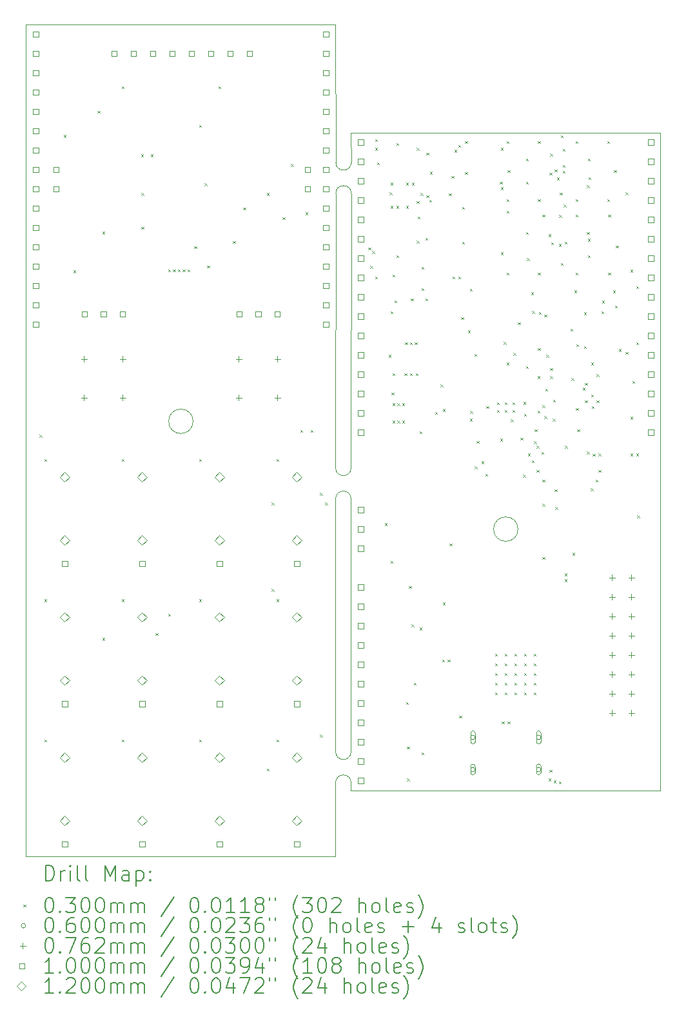
<source format=gbr>
%TF.GenerationSoftware,KiCad,Pcbnew,7.0.9*%
%TF.CreationDate,2023-11-25T16:41:29+01:00*%
%TF.ProjectId,EuroPi-X,4575726f-5069-42d5-982e-6b696361645f,rev?*%
%TF.SameCoordinates,Original*%
%TF.FileFunction,Drillmap*%
%TF.FilePolarity,Positive*%
%FSLAX45Y45*%
G04 Gerber Fmt 4.5, Leading zero omitted, Abs format (unit mm)*
G04 Created by KiCad (PCBNEW 7.0.9) date 2023-11-25 16:41:29*
%MOMM*%
%LPD*%
G01*
G04 APERTURE LIST*
%ADD10C,0.100000*%
%ADD11C,0.200000*%
%ADD12C,0.120000*%
G04 APERTURE END LIST*
D10*
X4269740Y-1808480D02*
X4267200Y-1416200D01*
X4066540Y-1808480D02*
X4064000Y0D01*
X4064000Y-6225540D02*
X4064000Y-9545320D01*
X4267200Y-9545320D02*
X4267200Y-6225540D01*
X4064000Y-9951720D02*
X4064000Y-10922000D01*
X4267200Y-10052200D02*
X4267200Y-9951720D01*
X4267200Y-9951720D02*
G75*
G03*
X4064000Y-9951720I-101600J0D01*
G01*
X4064000Y-9545320D02*
G75*
G03*
X4267200Y-9545320I101600J0D01*
G01*
X8331200Y-10052200D02*
X4267200Y-10052200D01*
X8331200Y-1416200D02*
X8331200Y-10052200D01*
X4267200Y-1416200D02*
X8331200Y-1416200D01*
X4269740Y-2214880D02*
X4267200Y-5819140D01*
X4066540Y-2214880D02*
X4064000Y-5819140D01*
X4064000Y-5819140D02*
G75*
G03*
X4267200Y-5819140I101600J0D01*
G01*
X4267200Y-6225540D02*
G75*
G03*
X4064000Y-6225540I-101600J0D01*
G01*
X4269740Y-2214880D02*
G75*
G03*
X4066540Y-2214880I-101600J0D01*
G01*
X4066540Y-1808480D02*
G75*
G03*
X4269740Y-1808480I101600J0D01*
G01*
X0Y-10922000D02*
X0Y0D01*
X6459200Y-6623200D02*
G75*
G03*
X6459200Y-6623200I-160000J0D01*
G01*
X2192000Y-5207000D02*
G75*
G03*
X2192000Y-5207000I-160000J0D01*
G01*
X0Y0D02*
X4064000Y0D01*
X4064000Y-10922000D02*
X0Y-10922000D01*
D11*
D10*
X175500Y-5382500D02*
X205500Y-5412500D01*
X205500Y-5382500D02*
X175500Y-5412500D01*
X239000Y-5700000D02*
X269000Y-5730000D01*
X269000Y-5700000D02*
X239000Y-5730000D01*
X239000Y-7541500D02*
X269000Y-7571500D01*
X269000Y-7541500D02*
X239000Y-7571500D01*
X239000Y-9383000D02*
X269000Y-9413000D01*
X269000Y-9383000D02*
X239000Y-9413000D01*
X493000Y-1445500D02*
X523000Y-1475500D01*
X523000Y-1445500D02*
X493000Y-1475500D01*
X620000Y-3223500D02*
X650000Y-3253500D01*
X650000Y-3223500D02*
X620000Y-3253500D01*
X937500Y-1128000D02*
X967500Y-1158000D01*
X967500Y-1128000D02*
X937500Y-1158000D01*
X1001000Y-2715500D02*
X1031000Y-2745500D01*
X1031000Y-2715500D02*
X1001000Y-2745500D01*
X1001000Y-8049500D02*
X1031000Y-8079500D01*
X1031000Y-8049500D02*
X1001000Y-8079500D01*
X1255000Y-806550D02*
X1285000Y-836550D01*
X1285000Y-806550D02*
X1255000Y-836550D01*
X1255000Y-5700000D02*
X1285000Y-5730000D01*
X1285000Y-5700000D02*
X1255000Y-5730000D01*
X1255000Y-7541500D02*
X1285000Y-7571500D01*
X1285000Y-7541500D02*
X1255000Y-7571500D01*
X1255000Y-9383000D02*
X1285000Y-9413000D01*
X1285000Y-9383000D02*
X1255000Y-9413000D01*
X1509000Y-1699500D02*
X1539000Y-1729500D01*
X1539000Y-1699500D02*
X1509000Y-1729500D01*
X1512950Y-2207500D02*
X1542950Y-2237500D01*
X1542950Y-2207500D02*
X1512950Y-2237500D01*
X1512950Y-2652000D02*
X1542950Y-2682000D01*
X1542950Y-2652000D02*
X1512950Y-2682000D01*
X1636000Y-1699500D02*
X1666000Y-1729500D01*
X1666000Y-1699500D02*
X1636000Y-1729500D01*
X1699500Y-7986000D02*
X1729500Y-8016000D01*
X1729500Y-7986000D02*
X1699500Y-8016000D01*
X1864600Y-3210800D02*
X1894600Y-3240800D01*
X1894600Y-3210800D02*
X1864600Y-3240800D01*
X1865450Y-7732000D02*
X1895450Y-7762000D01*
X1895450Y-7732000D02*
X1865450Y-7762000D01*
X1928100Y-3210800D02*
X1958100Y-3240800D01*
X1958100Y-3210800D02*
X1928100Y-3240800D01*
X1991600Y-3210800D02*
X2021600Y-3240800D01*
X2021600Y-3210800D02*
X1991600Y-3240800D01*
X2055100Y-3210800D02*
X2085100Y-3240800D01*
X2085100Y-3210800D02*
X2055100Y-3240800D01*
X2118600Y-3210800D02*
X2148600Y-3240800D01*
X2148600Y-3210800D02*
X2118600Y-3240800D01*
X2207500Y-2906000D02*
X2237500Y-2936000D01*
X2237500Y-2906000D02*
X2207500Y-2936000D01*
X2271000Y-1314550D02*
X2301000Y-1344550D01*
X2301000Y-1314550D02*
X2271000Y-1344550D01*
X2271000Y-5700000D02*
X2301000Y-5730000D01*
X2301000Y-5700000D02*
X2271000Y-5730000D01*
X2271000Y-7541500D02*
X2301000Y-7571500D01*
X2301000Y-7541500D02*
X2271000Y-7571500D01*
X2271000Y-9383000D02*
X2301000Y-9413000D01*
X2301000Y-9383000D02*
X2271000Y-9413000D01*
X2341150Y-2080500D02*
X2371150Y-2110500D01*
X2371150Y-2080500D02*
X2341150Y-2110500D01*
X2377450Y-3160000D02*
X2407450Y-3190000D01*
X2407450Y-3160000D02*
X2377450Y-3190000D01*
X2525000Y-806550D02*
X2555000Y-836550D01*
X2555000Y-806550D02*
X2525000Y-836550D01*
X2715500Y-2838550D02*
X2745500Y-2868550D01*
X2745500Y-2838550D02*
X2715500Y-2868550D01*
X2849150Y-2398000D02*
X2879150Y-2428000D01*
X2879150Y-2398000D02*
X2849150Y-2428000D01*
X3160000Y-2207500D02*
X3190000Y-2237500D01*
X3190000Y-2207500D02*
X3160000Y-2237500D01*
X3160000Y-9764000D02*
X3190000Y-9794000D01*
X3190000Y-9764000D02*
X3160000Y-9794000D01*
X3223500Y-6271500D02*
X3253500Y-6301500D01*
X3253500Y-6271500D02*
X3223500Y-6301500D01*
X3223500Y-7406550D02*
X3253500Y-7436550D01*
X3253500Y-7406550D02*
X3223500Y-7436550D01*
X3287000Y-5700000D02*
X3317000Y-5730000D01*
X3317000Y-5700000D02*
X3287000Y-5730000D01*
X3287000Y-7541500D02*
X3317000Y-7571500D01*
X3317000Y-7541500D02*
X3287000Y-7571500D01*
X3287000Y-9383000D02*
X3317000Y-9413000D01*
X3317000Y-9383000D02*
X3287000Y-9413000D01*
X3367950Y-2525000D02*
X3397950Y-2555000D01*
X3397950Y-2525000D02*
X3367950Y-2555000D01*
X3477500Y-1826500D02*
X3507500Y-1856500D01*
X3507500Y-1826500D02*
X3477500Y-1856500D01*
X3601050Y-5319000D02*
X3631050Y-5349000D01*
X3631050Y-5319000D02*
X3601050Y-5349000D01*
X3668000Y-2461500D02*
X3698000Y-2491500D01*
X3698000Y-2461500D02*
X3668000Y-2491500D01*
X3735950Y-5319000D02*
X3765950Y-5349000D01*
X3765950Y-5319000D02*
X3735950Y-5349000D01*
X3858500Y-6144500D02*
X3888500Y-6174500D01*
X3888500Y-6144500D02*
X3858500Y-6174500D01*
X3858500Y-9319500D02*
X3888500Y-9349500D01*
X3888500Y-9319500D02*
X3858500Y-9349500D01*
X3925950Y-6271500D02*
X3955950Y-6301500D01*
X3955950Y-6271500D02*
X3925950Y-6301500D01*
X4493500Y-2925200D02*
X4523500Y-2955200D01*
X4523500Y-2925200D02*
X4493500Y-2955200D01*
X4518900Y-3166500D02*
X4548900Y-3196500D01*
X4548900Y-3166500D02*
X4518900Y-3196500D01*
X4544271Y-2973318D02*
X4574271Y-3003318D01*
X4574271Y-2973318D02*
X4544271Y-3003318D01*
X4582400Y-1502800D02*
X4612400Y-1532800D01*
X4612400Y-1502800D02*
X4582400Y-1532800D01*
X4582400Y-1617100D02*
X4612400Y-1647100D01*
X4612400Y-1617100D02*
X4582400Y-1647100D01*
X4582400Y-3306200D02*
X4612400Y-3336200D01*
X4612400Y-3306200D02*
X4582400Y-3336200D01*
X4607800Y-1807600D02*
X4637800Y-1837600D01*
X4637800Y-1807600D02*
X4607800Y-1837600D01*
X4709400Y-6544700D02*
X4739400Y-6574700D01*
X4739400Y-6544700D02*
X4709400Y-6574700D01*
X4760200Y-4334900D02*
X4790200Y-4364900D01*
X4790200Y-4334900D02*
X4760200Y-4364900D01*
X4772900Y-2201300D02*
X4802900Y-2231300D01*
X4802900Y-2201300D02*
X4772900Y-2231300D01*
X4783950Y-3761750D02*
X4813950Y-3791750D01*
X4813950Y-3761750D02*
X4783950Y-3791750D01*
X4785600Y-2074300D02*
X4815600Y-2104300D01*
X4815600Y-2074300D02*
X4785600Y-2104300D01*
X4785600Y-2379100D02*
X4815600Y-2409100D01*
X4815600Y-2379100D02*
X4785600Y-2409100D01*
X4785600Y-7040000D02*
X4815600Y-7070000D01*
X4815600Y-7040000D02*
X4785600Y-7070000D01*
X4798300Y-4830200D02*
X4828300Y-4860200D01*
X4828300Y-4830200D02*
X4798300Y-4860200D01*
X4811000Y-3280800D02*
X4841000Y-3310800D01*
X4841000Y-3280800D02*
X4811000Y-3310800D01*
X4811000Y-4576200D02*
X4841000Y-4606200D01*
X4841000Y-4576200D02*
X4811000Y-4606200D01*
X4811000Y-4969900D02*
X4841000Y-4999900D01*
X4841000Y-4969900D02*
X4811000Y-4999900D01*
X4811000Y-5198500D02*
X4841000Y-5228500D01*
X4841000Y-5198500D02*
X4811000Y-5228500D01*
X4836400Y-3617150D02*
X4866400Y-3647150D01*
X4866400Y-3617150D02*
X4836400Y-3647150D01*
X4861800Y-1553600D02*
X4891800Y-1583600D01*
X4891800Y-1553600D02*
X4861800Y-1583600D01*
X4861800Y-2379100D02*
X4891800Y-2409100D01*
X4891800Y-2379100D02*
X4861800Y-2409100D01*
X4861800Y-3026800D02*
X4891800Y-3056800D01*
X4891800Y-3026800D02*
X4861800Y-3056800D01*
X4874500Y-4969900D02*
X4904500Y-4999900D01*
X4904500Y-4969900D02*
X4874500Y-4999900D01*
X4874500Y-5198500D02*
X4904500Y-5228500D01*
X4904500Y-5198500D02*
X4874500Y-5228500D01*
X4938000Y-4969900D02*
X4968000Y-4999900D01*
X4968000Y-4969900D02*
X4938000Y-4999900D01*
X4938000Y-5198500D02*
X4968000Y-5228500D01*
X4968000Y-5198500D02*
X4938000Y-5228500D01*
X4969650Y-4576200D02*
X4999650Y-4606200D01*
X4999650Y-4576200D02*
X4969650Y-4606200D01*
X4976100Y-4169800D02*
X5006100Y-4199800D01*
X5006100Y-4169800D02*
X4976100Y-4199800D01*
X4988800Y-2074300D02*
X5018800Y-2104300D01*
X5018800Y-2074300D02*
X4988800Y-2104300D01*
X4988800Y-2379100D02*
X5018800Y-2409100D01*
X5018800Y-2379100D02*
X4988800Y-2409100D01*
X4988800Y-8894200D02*
X5018800Y-8924200D01*
X5018800Y-8894200D02*
X4988800Y-8924200D01*
X5001500Y-9478400D02*
X5031500Y-9508400D01*
X5031500Y-9478400D02*
X5001500Y-9508400D01*
X5001500Y-9898950D02*
X5031500Y-9928950D01*
X5031500Y-9898950D02*
X5001500Y-9928950D01*
X5026700Y-7370200D02*
X5056700Y-7400200D01*
X5056700Y-7370200D02*
X5026700Y-7400200D01*
X5039600Y-4169800D02*
X5069600Y-4199800D01*
X5069600Y-4169800D02*
X5039600Y-4199800D01*
X5039600Y-4576200D02*
X5069600Y-4606200D01*
X5069600Y-4576200D02*
X5039600Y-4606200D01*
X5052300Y-3592050D02*
X5082300Y-3622050D01*
X5082300Y-3592050D02*
X5052300Y-3622050D01*
X5061700Y-7874330D02*
X5091700Y-7904330D01*
X5091700Y-7874330D02*
X5061700Y-7904330D01*
X5065000Y-2074350D02*
X5095000Y-2104350D01*
X5095000Y-2074350D02*
X5065000Y-2104350D01*
X5090400Y-8640200D02*
X5120400Y-8670200D01*
X5120400Y-8640200D02*
X5090400Y-8670200D01*
X5103100Y-4169800D02*
X5133100Y-4199800D01*
X5133100Y-4169800D02*
X5103100Y-4199800D01*
X5114150Y-4576200D02*
X5144150Y-4606200D01*
X5144150Y-4576200D02*
X5114150Y-4606200D01*
X5128500Y-1617100D02*
X5158500Y-1647100D01*
X5158500Y-1617100D02*
X5128500Y-1647100D01*
X5128500Y-2315600D02*
X5158500Y-2345600D01*
X5158500Y-2315600D02*
X5128500Y-2345600D01*
X5128500Y-2836300D02*
X5158500Y-2866300D01*
X5158500Y-2836300D02*
X5128500Y-2866300D01*
X5141250Y-2518800D02*
X5171250Y-2548800D01*
X5171250Y-2518800D02*
X5141250Y-2548800D01*
X5166600Y-5338200D02*
X5196600Y-5368200D01*
X5196600Y-5338200D02*
X5166600Y-5368200D01*
X5166600Y-7916300D02*
X5196600Y-7946300D01*
X5196600Y-7916300D02*
X5166600Y-7946300D01*
X5180950Y-2210650D02*
X5210950Y-2240650D01*
X5210950Y-2210650D02*
X5180950Y-2240650D01*
X5192000Y-3179200D02*
X5222000Y-3209200D01*
X5222000Y-3179200D02*
X5192000Y-3209200D01*
X5192000Y-3458600D02*
X5222000Y-3488600D01*
X5222000Y-3458600D02*
X5192000Y-3488600D01*
X5192000Y-9554600D02*
X5222000Y-9584600D01*
X5222000Y-9554600D02*
X5192000Y-9584600D01*
X5241150Y-3592050D02*
X5271150Y-3622050D01*
X5271150Y-3592050D02*
X5241150Y-3622050D01*
X5242800Y-2798200D02*
X5272800Y-2828200D01*
X5272800Y-2798200D02*
X5242800Y-2828200D01*
X5255500Y-1680600D02*
X5285500Y-1710600D01*
X5285500Y-1680600D02*
X5255500Y-1710600D01*
X5255500Y-2239400D02*
X5285500Y-2269400D01*
X5285500Y-2239400D02*
X5255500Y-2269400D01*
X5294301Y-2297602D02*
X5324301Y-2327602D01*
X5324301Y-2297602D02*
X5294301Y-2327602D01*
X5302362Y-1930662D02*
X5332362Y-1960662D01*
X5332362Y-1930662D02*
X5302362Y-1960662D01*
X5369800Y-5084200D02*
X5399800Y-5114200D01*
X5399800Y-5084200D02*
X5369800Y-5114200D01*
X5439650Y-4722250D02*
X5469650Y-4752250D01*
X5469650Y-4722250D02*
X5439650Y-4752250D01*
X5464950Y-8335400D02*
X5494950Y-8365400D01*
X5494950Y-8335400D02*
X5464950Y-8365400D01*
X5471350Y-5046100D02*
X5501350Y-5076100D01*
X5501350Y-5046100D02*
X5471350Y-5076100D01*
X5471400Y-7586100D02*
X5501400Y-7616100D01*
X5501400Y-7586100D02*
X5471400Y-7616100D01*
X5534900Y-8335400D02*
X5564900Y-8365400D01*
X5564900Y-8335400D02*
X5534900Y-8365400D01*
X5552150Y-2214000D02*
X5582150Y-2244000D01*
X5582150Y-2214000D02*
X5552150Y-2244000D01*
X5560300Y-6811400D02*
X5590300Y-6841400D01*
X5590300Y-6811400D02*
X5560300Y-6841400D01*
X5587150Y-1985400D02*
X5617150Y-2015400D01*
X5617150Y-1985400D02*
X5587150Y-2015400D01*
X5598400Y-3306200D02*
X5628400Y-3336200D01*
X5628400Y-3306200D02*
X5598400Y-3336200D01*
X5622150Y-1641565D02*
X5652150Y-1671565D01*
X5652150Y-1641565D02*
X5622150Y-1671565D01*
X5674600Y-1579000D02*
X5704600Y-1609000D01*
X5704600Y-1579000D02*
X5674600Y-1609000D01*
X5674600Y-3306200D02*
X5704600Y-3336200D01*
X5704600Y-3306200D02*
X5674600Y-3336200D01*
X5687300Y-9072000D02*
X5717300Y-9102000D01*
X5717300Y-9072000D02*
X5687300Y-9102000D01*
X5712700Y-3839600D02*
X5742700Y-3869600D01*
X5742700Y-3839600D02*
X5712700Y-3869600D01*
X5727050Y-2391800D02*
X5757050Y-2421800D01*
X5757050Y-2391800D02*
X5727050Y-2421800D01*
X5727050Y-2849000D02*
X5757050Y-2879000D01*
X5757050Y-2849000D02*
X5727050Y-2879000D01*
X5763500Y-1528200D02*
X5793500Y-1558200D01*
X5793500Y-1528200D02*
X5763500Y-1558200D01*
X5763500Y-1934600D02*
X5793500Y-1964600D01*
X5793500Y-1934600D02*
X5763500Y-1964600D01*
X5803200Y-4011850D02*
X5833200Y-4041850D01*
X5833200Y-4011850D02*
X5803200Y-4041850D01*
X5827000Y-3465250D02*
X5857000Y-3495250D01*
X5857000Y-3465250D02*
X5827000Y-3495250D01*
X5827000Y-5173100D02*
X5857000Y-5203100D01*
X5857000Y-5173100D02*
X5827000Y-5203100D01*
X5832138Y-5071500D02*
X5862138Y-5101500D01*
X5862138Y-5071500D02*
X5832138Y-5101500D01*
X5884538Y-4322200D02*
X5914538Y-4352200D01*
X5914538Y-4322200D02*
X5884538Y-4352200D01*
X5888850Y-5797186D02*
X5918850Y-5827186D01*
X5918850Y-5797186D02*
X5888850Y-5827186D01*
X5915900Y-5465200D02*
X5945900Y-5495200D01*
X5945900Y-5465200D02*
X5915900Y-5495200D01*
X5979400Y-5731900D02*
X6009400Y-5761900D01*
X6009400Y-5731900D02*
X5979400Y-5761900D01*
X6030200Y-5897000D02*
X6060200Y-5927000D01*
X6060200Y-5897000D02*
X6030200Y-5927000D01*
X6041250Y-5008000D02*
X6071250Y-5038000D01*
X6071250Y-5008000D02*
X6041250Y-5038000D01*
X6157200Y-8258600D02*
X6187200Y-8288600D01*
X6187200Y-8258600D02*
X6157200Y-8288600D01*
X6157200Y-8385600D02*
X6187200Y-8415600D01*
X6187200Y-8385600D02*
X6157200Y-8415600D01*
X6157200Y-8512600D02*
X6187200Y-8542600D01*
X6187200Y-8512600D02*
X6157200Y-8542600D01*
X6157200Y-8639600D02*
X6187200Y-8669600D01*
X6187200Y-8639600D02*
X6157200Y-8669600D01*
X6157200Y-8766600D02*
X6187200Y-8796600D01*
X6187200Y-8766600D02*
X6157200Y-8796600D01*
X6182600Y-4957200D02*
X6212600Y-4987200D01*
X6212600Y-4957200D02*
X6182600Y-4987200D01*
X6182600Y-5058800D02*
X6212600Y-5088800D01*
X6212600Y-5058800D02*
X6182600Y-5088800D01*
X6220902Y-2061600D02*
X6250902Y-2091600D01*
X6250902Y-2061600D02*
X6220902Y-2091600D01*
X6226650Y-5433809D02*
X6256650Y-5463809D01*
X6256650Y-5433809D02*
X6226650Y-5463809D01*
X6233400Y-1617100D02*
X6263400Y-1647100D01*
X6263400Y-1617100D02*
X6233400Y-1647100D01*
X6233400Y-2131550D02*
X6263400Y-2161550D01*
X6263400Y-2131550D02*
X6233400Y-2161550D01*
X6233400Y-2988700D02*
X6263400Y-3018700D01*
X6263400Y-2988700D02*
X6233400Y-3018700D01*
X6246100Y-9148200D02*
X6276100Y-9178200D01*
X6276100Y-9148200D02*
X6246100Y-9178200D01*
X6271500Y-4164250D02*
X6301500Y-4194250D01*
X6301500Y-4164250D02*
X6271500Y-4194250D01*
X6284200Y-4957200D02*
X6314200Y-4987200D01*
X6314200Y-4957200D02*
X6284200Y-4987200D01*
X6284200Y-5058800D02*
X6314200Y-5088800D01*
X6314200Y-5058800D02*
X6284200Y-5088800D01*
X6284200Y-8258600D02*
X6314200Y-8288600D01*
X6314200Y-8258600D02*
X6284200Y-8288600D01*
X6284200Y-8385600D02*
X6314200Y-8415600D01*
X6314200Y-8385600D02*
X6284200Y-8415600D01*
X6284200Y-8512600D02*
X6314200Y-8542600D01*
X6314200Y-8512600D02*
X6284200Y-8542600D01*
X6284200Y-8639600D02*
X6314200Y-8669600D01*
X6314200Y-8639600D02*
X6284200Y-8669600D01*
X6284200Y-8766600D02*
X6314200Y-8796600D01*
X6314200Y-8766600D02*
X6284200Y-8796600D01*
X6307986Y-4436927D02*
X6337986Y-4466927D01*
X6337986Y-4436927D02*
X6307986Y-4466927D01*
X6309600Y-1528200D02*
X6339600Y-1558200D01*
X6339600Y-1528200D02*
X6309600Y-1558200D01*
X6309600Y-2290200D02*
X6339600Y-2320200D01*
X6339600Y-2290200D02*
X6309600Y-2320200D01*
X6309600Y-2442600D02*
X6339600Y-2472600D01*
X6339600Y-2442600D02*
X6309600Y-2472600D01*
X6309600Y-3255400D02*
X6339600Y-3285400D01*
X6339600Y-3255400D02*
X6309600Y-3285400D01*
X6320850Y-1909200D02*
X6350850Y-1939200D01*
X6350850Y-1909200D02*
X6320850Y-1939200D01*
X6322300Y-9148200D02*
X6352300Y-9178200D01*
X6352300Y-9148200D02*
X6322300Y-9178200D01*
X6366750Y-5179450D02*
X6396750Y-5209450D01*
X6396750Y-5179450D02*
X6366750Y-5209450D01*
X6385800Y-4957200D02*
X6415800Y-4987200D01*
X6415800Y-4957200D02*
X6385800Y-4987200D01*
X6385800Y-5058800D02*
X6415800Y-5088800D01*
X6415800Y-5058800D02*
X6385800Y-5088800D01*
X6398500Y-4309500D02*
X6428500Y-4339500D01*
X6428500Y-4309500D02*
X6398500Y-4339500D01*
X6411200Y-8258600D02*
X6441200Y-8288600D01*
X6441200Y-8258600D02*
X6411200Y-8288600D01*
X6411200Y-8385600D02*
X6441200Y-8415600D01*
X6441200Y-8385600D02*
X6411200Y-8415600D01*
X6411200Y-8512600D02*
X6441200Y-8542600D01*
X6441200Y-8512600D02*
X6411200Y-8542600D01*
X6411200Y-8639600D02*
X6441200Y-8669600D01*
X6441200Y-8639600D02*
X6411200Y-8669600D01*
X6411200Y-8766600D02*
X6441200Y-8796600D01*
X6441200Y-8766600D02*
X6411200Y-8796600D01*
X6457700Y-3907000D02*
X6487700Y-3937000D01*
X6487700Y-3907000D02*
X6457700Y-3937000D01*
X6492026Y-5423656D02*
X6522026Y-5453656D01*
X6522026Y-5423656D02*
X6492026Y-5453656D01*
X6525500Y-5909700D02*
X6555500Y-5939700D01*
X6555500Y-5909700D02*
X6525500Y-5939700D01*
X6528104Y-4951883D02*
X6558104Y-4981883D01*
X6558104Y-4951883D02*
X6528104Y-4981883D01*
X6538200Y-5107950D02*
X6568200Y-5137950D01*
X6568200Y-5107950D02*
X6538200Y-5137950D01*
X6538200Y-8258600D02*
X6568200Y-8288600D01*
X6568200Y-8258600D02*
X6538200Y-8288600D01*
X6538200Y-8385600D02*
X6568200Y-8415600D01*
X6568200Y-8385600D02*
X6538200Y-8415600D01*
X6538200Y-8512600D02*
X6568200Y-8542600D01*
X6568200Y-8512600D02*
X6538200Y-8542600D01*
X6538200Y-8639600D02*
X6568200Y-8669600D01*
X6568200Y-8639600D02*
X6538200Y-8669600D01*
X6538200Y-8766600D02*
X6568200Y-8796600D01*
X6568200Y-8766600D02*
X6538200Y-8796600D01*
X6563550Y-4480950D02*
X6593550Y-4510950D01*
X6593550Y-4480950D02*
X6563550Y-4510950D01*
X6563600Y-1756800D02*
X6593600Y-1786800D01*
X6593600Y-1756800D02*
X6563600Y-1786800D01*
X6563600Y-2061600D02*
X6593600Y-2091600D01*
X6593600Y-2061600D02*
X6563600Y-2091600D01*
X6563600Y-2722000D02*
X6593600Y-2752000D01*
X6593600Y-2722000D02*
X6563600Y-2752000D01*
X6576300Y-3064900D02*
X6606300Y-3094900D01*
X6606300Y-3064900D02*
X6576300Y-3094900D01*
X6587350Y-5630300D02*
X6617350Y-5660300D01*
X6617350Y-5630300D02*
X6587350Y-5660300D01*
X6629842Y-3514077D02*
X6659842Y-3544077D01*
X6659842Y-3514077D02*
X6629842Y-3544077D01*
X6639800Y-5719200D02*
X6669800Y-5749200D01*
X6669800Y-5719200D02*
X6639800Y-5749200D01*
X6646185Y-3757015D02*
X6676185Y-3787015D01*
X6676185Y-3757015D02*
X6646185Y-3787015D01*
X6665200Y-8258600D02*
X6695200Y-8288600D01*
X6695200Y-8258600D02*
X6665200Y-8288600D01*
X6665200Y-8385600D02*
X6695200Y-8415600D01*
X6695200Y-8385600D02*
X6665200Y-8415600D01*
X6665200Y-8512600D02*
X6695200Y-8542600D01*
X6695200Y-8512600D02*
X6665200Y-8542600D01*
X6665200Y-8639600D02*
X6695200Y-8669600D01*
X6695200Y-8639600D02*
X6665200Y-8669600D01*
X6665200Y-8766600D02*
X6695200Y-8796600D01*
X6695200Y-8766600D02*
X6665200Y-8796600D01*
X6668241Y-5468170D02*
X6698241Y-5498170D01*
X6698241Y-5468170D02*
X6668241Y-5498170D01*
X6677900Y-5312800D02*
X6707900Y-5342800D01*
X6707900Y-5312800D02*
X6677900Y-5342800D01*
X6703300Y-5528700D02*
X6733300Y-5558700D01*
X6733300Y-5528700D02*
X6703300Y-5558700D01*
X6703300Y-5846200D02*
X6733300Y-5876200D01*
X6733300Y-5846200D02*
X6703300Y-5876200D01*
X6716250Y-4613450D02*
X6746250Y-4643450D01*
X6746250Y-4613450D02*
X6716250Y-4643450D01*
X6716363Y-5067543D02*
X6746363Y-5097543D01*
X6746363Y-5067543D02*
X6716363Y-5097543D01*
X6719835Y-4246000D02*
X6749835Y-4276000D01*
X6749835Y-4246000D02*
X6719835Y-4276000D01*
X6722500Y-1528200D02*
X6752500Y-1558200D01*
X6752500Y-1528200D02*
X6722500Y-1558200D01*
X6722500Y-2290200D02*
X6752500Y-2320200D01*
X6752500Y-2290200D02*
X6722500Y-2320200D01*
X6722500Y-3255400D02*
X6752500Y-3285400D01*
X6752500Y-3255400D02*
X6722500Y-3285400D01*
X6734073Y-3770727D02*
X6764073Y-3800727D01*
X6764073Y-3770727D02*
X6734073Y-3800727D01*
X6766800Y-5609250D02*
X6796800Y-5639250D01*
X6796800Y-5609250D02*
X6766800Y-5639250D01*
X6779500Y-2493400D02*
X6809500Y-2523400D01*
X6809500Y-2493400D02*
X6779500Y-2523400D01*
X6779500Y-4995300D02*
X6809500Y-5025300D01*
X6809500Y-4995300D02*
X6779500Y-5025300D01*
X6779500Y-5973200D02*
X6809500Y-6003200D01*
X6809500Y-5973200D02*
X6779500Y-6003200D01*
X6779500Y-6989200D02*
X6809500Y-7019200D01*
X6809500Y-6989200D02*
X6779500Y-7019200D01*
X6781163Y-6292363D02*
X6811163Y-6322363D01*
X6811163Y-6292363D02*
X6781163Y-6322363D01*
X6803331Y-5137842D02*
X6833331Y-5167842D01*
X6833331Y-5137842D02*
X6803331Y-5167842D01*
X6807148Y-3803748D02*
X6837148Y-3833748D01*
X6837148Y-3803748D02*
X6807148Y-3833748D01*
X6817600Y-4779400D02*
X6847600Y-4809400D01*
X6847600Y-4779400D02*
X6817600Y-4809400D01*
X6830300Y-4332550D02*
X6860300Y-4362550D01*
X6860300Y-4332550D02*
X6830300Y-4362550D01*
X6861650Y-2752450D02*
X6891650Y-2782450D01*
X6891650Y-2752450D02*
X6861650Y-2782450D01*
X6861657Y-9896326D02*
X6891657Y-9926326D01*
X6891657Y-9896326D02*
X6861657Y-9926326D01*
X6872950Y-9783200D02*
X6902950Y-9813200D01*
X6902950Y-9783200D02*
X6872950Y-9813200D01*
X6874750Y-1940950D02*
X6904750Y-1970950D01*
X6904750Y-1940950D02*
X6874750Y-1970950D01*
X6881050Y-4509350D02*
X6911050Y-4539350D01*
X6911050Y-4509350D02*
X6881050Y-4539350D01*
X6881100Y-1693300D02*
X6911100Y-1723300D01*
X6911100Y-1693300D02*
X6881100Y-1723300D01*
X6881100Y-4614300D02*
X6911100Y-4644300D01*
X6911100Y-4614300D02*
X6881100Y-4644300D01*
X6892100Y-2857350D02*
X6922100Y-2887350D01*
X6922100Y-2857350D02*
X6892100Y-2887350D01*
X6914673Y-5170481D02*
X6944673Y-5200481D01*
X6944673Y-5170481D02*
X6914673Y-5200481D01*
X6919189Y-4920970D02*
X6949189Y-4950970D01*
X6949189Y-4920970D02*
X6919189Y-4950970D01*
X6926847Y-9921689D02*
X6956847Y-9951689D01*
X6956847Y-9921689D02*
X6926847Y-9951689D01*
X6940200Y-6100200D02*
X6970200Y-6130200D01*
X6970200Y-6100200D02*
X6940200Y-6130200D01*
X6941250Y-1901149D02*
X6971250Y-1931149D01*
X6971250Y-1901149D02*
X6941250Y-1931149D01*
X6950800Y-6330450D02*
X6980800Y-6360450D01*
X6980800Y-6330450D02*
X6950800Y-6360450D01*
X6971557Y-2005612D02*
X7001557Y-2035612D01*
X7001557Y-2005612D02*
X6971557Y-2035612D01*
X6995400Y-9935600D02*
X7025400Y-9965600D01*
X7025400Y-9935600D02*
X6995400Y-9965600D01*
X6997050Y-2875866D02*
X7027050Y-2905866D01*
X7027050Y-2875866D02*
X6997050Y-2905866D01*
X7001650Y-2498698D02*
X7031650Y-2528698D01*
X7031650Y-2498698D02*
X7001650Y-2528698D01*
X7006213Y-2205863D02*
X7036213Y-2235863D01*
X7036213Y-2205863D02*
X7006213Y-2235863D01*
X7020800Y-1452000D02*
X7050800Y-1482000D01*
X7050800Y-1452000D02*
X7020800Y-1482000D01*
X7020800Y-3128400D02*
X7050800Y-3158400D01*
X7050800Y-3128400D02*
X7020800Y-3158400D01*
X7046150Y-1839516D02*
X7076150Y-1869516D01*
X7076150Y-1839516D02*
X7046150Y-1869516D01*
X7046200Y-1629800D02*
X7076200Y-1659800D01*
X7076200Y-1629800D02*
X7046200Y-1659800D01*
X7046200Y-1915250D02*
X7076200Y-1945250D01*
X7076200Y-1915250D02*
X7046200Y-1945250D01*
X7057662Y-2362142D02*
X7087662Y-2392142D01*
X7087662Y-2362142D02*
X7057662Y-2392142D01*
X7071600Y-2849000D02*
X7101600Y-2879000D01*
X7101600Y-2849000D02*
X7071600Y-2879000D01*
X7071600Y-7205100D02*
X7101600Y-7235100D01*
X7101600Y-7205100D02*
X7071600Y-7235100D01*
X7071600Y-7281300D02*
X7101600Y-7311300D01*
X7101600Y-7281300D02*
X7071600Y-7311300D01*
X7077800Y-5528700D02*
X7107800Y-5558700D01*
X7107800Y-5528700D02*
X7077800Y-5558700D01*
X7147800Y-3992000D02*
X7177800Y-4022000D01*
X7177800Y-3992000D02*
X7147800Y-4022000D01*
X7160500Y-4639700D02*
X7190500Y-4669700D01*
X7190500Y-4639700D02*
X7160500Y-4669700D01*
X7173200Y-6935200D02*
X7203200Y-6965200D01*
X7203200Y-6935200D02*
X7173200Y-6965200D01*
X7198600Y-3487800D02*
X7228600Y-3517800D01*
X7228600Y-3487800D02*
X7198600Y-3517800D01*
X7217500Y-1528200D02*
X7247500Y-1558200D01*
X7247500Y-1528200D02*
X7217500Y-1558200D01*
X7217500Y-2290200D02*
X7247500Y-2320200D01*
X7247500Y-2290200D02*
X7217500Y-2320200D01*
X7217500Y-2493400D02*
X7247500Y-2523400D01*
X7247500Y-2493400D02*
X7217500Y-2523400D01*
X7217500Y-3255400D02*
X7247500Y-3285400D01*
X7247500Y-3255400D02*
X7217500Y-3285400D01*
X7217750Y-5033400D02*
X7247750Y-5063400D01*
X7247750Y-5033400D02*
X7217750Y-5063400D01*
X7224000Y-4195200D02*
X7254000Y-4225200D01*
X7254000Y-4195200D02*
X7224000Y-4225200D01*
X7236700Y-5312800D02*
X7266700Y-5342800D01*
X7266700Y-5312800D02*
X7236700Y-5342800D01*
X7309920Y-4767134D02*
X7339920Y-4797134D01*
X7339920Y-4767134D02*
X7309920Y-4797134D01*
X7325600Y-3776100D02*
X7355600Y-3806100D01*
X7355600Y-3776100D02*
X7325600Y-3806100D01*
X7325600Y-4220600D02*
X7355600Y-4250600D01*
X7355600Y-4220600D02*
X7325600Y-4250600D01*
X7338300Y-4703200D02*
X7368300Y-4733200D01*
X7368300Y-4703200D02*
X7338300Y-4733200D01*
X7338300Y-4931800D02*
X7368300Y-4961800D01*
X7368300Y-4931800D02*
X7338300Y-4961800D01*
X7362975Y-5606350D02*
X7392975Y-5636350D01*
X7392975Y-5606350D02*
X7362975Y-5636350D01*
X7363700Y-2106150D02*
X7393700Y-2136150D01*
X7393700Y-2106150D02*
X7363700Y-2136150D01*
X7365025Y-2722456D02*
X7395025Y-2752456D01*
X7395025Y-2722456D02*
X7365025Y-2752456D01*
X7376400Y-1756800D02*
X7406400Y-1786800D01*
X7406400Y-1756800D02*
X7376400Y-1786800D01*
X7376400Y-2810900D02*
X7406400Y-2840900D01*
X7406400Y-2810900D02*
X7376400Y-2840900D01*
X7376400Y-3026800D02*
X7406400Y-3056800D01*
X7406400Y-3026800D02*
X7376400Y-3056800D01*
X7384745Y-2002410D02*
X7414745Y-2032410D01*
X7414745Y-2002410D02*
X7384745Y-2032410D01*
X7414500Y-6087500D02*
X7444500Y-6117500D01*
X7444500Y-6087500D02*
X7414500Y-6117500D01*
X7420700Y-4436500D02*
X7450700Y-4466500D01*
X7450700Y-4436500D02*
X7420700Y-4466500D01*
X7420700Y-4855600D02*
X7450700Y-4885600D01*
X7450700Y-4855600D02*
X7420700Y-4885600D01*
X7427200Y-5008000D02*
X7457200Y-5038000D01*
X7457200Y-5008000D02*
X7427200Y-5038000D01*
X7438473Y-5632348D02*
X7468473Y-5662348D01*
X7468473Y-5632348D02*
X7438473Y-5662348D01*
X7478000Y-5973200D02*
X7508000Y-6003200D01*
X7508000Y-5973200D02*
X7478000Y-6003200D01*
X7490700Y-4588900D02*
X7520700Y-4618900D01*
X7520700Y-4588900D02*
X7490700Y-4618900D01*
X7490700Y-4931800D02*
X7520700Y-4961800D01*
X7520700Y-4931800D02*
X7490700Y-4961800D01*
X7516100Y-5630300D02*
X7546100Y-5660300D01*
X7546100Y-5630300D02*
X7516100Y-5660300D01*
X7516100Y-5846200D02*
X7546100Y-5876200D01*
X7546100Y-5846200D02*
X7516100Y-5876200D01*
X7554200Y-3763400D02*
X7584200Y-3793400D01*
X7584200Y-3763400D02*
X7554200Y-3793400D01*
X7563797Y-3621449D02*
X7593797Y-3651449D01*
X7593797Y-3621449D02*
X7563797Y-3651449D01*
X7630400Y-1528200D02*
X7660400Y-1558200D01*
X7660400Y-1528200D02*
X7630400Y-1558200D01*
X7630400Y-2290200D02*
X7660400Y-2320200D01*
X7660400Y-2290200D02*
X7630400Y-2320200D01*
X7643100Y-2493400D02*
X7673100Y-2523400D01*
X7673100Y-2493400D02*
X7643100Y-2523400D01*
X7643100Y-3255400D02*
X7673100Y-3285400D01*
X7673100Y-3255400D02*
X7643100Y-3285400D01*
X7706600Y-3485650D02*
X7736600Y-3515650D01*
X7736600Y-3485650D02*
X7706600Y-3515650D01*
X7719300Y-1909200D02*
X7749300Y-1939200D01*
X7749300Y-1909200D02*
X7719300Y-1939200D01*
X7730350Y-3687200D02*
X7760350Y-3717200D01*
X7760350Y-3687200D02*
X7730350Y-3717200D01*
X7744700Y-2899800D02*
X7774700Y-2929800D01*
X7774700Y-2899800D02*
X7744700Y-2929800D01*
X7782800Y-4258700D02*
X7812800Y-4288700D01*
X7812800Y-4258700D02*
X7782800Y-4288700D01*
X7871700Y-2201300D02*
X7901700Y-2231300D01*
X7901700Y-2201300D02*
X7871700Y-2231300D01*
X7871700Y-4296800D02*
X7901700Y-4326800D01*
X7901700Y-4296800D02*
X7871700Y-4326800D01*
X7935200Y-3217300D02*
X7965200Y-3247300D01*
X7965200Y-3217300D02*
X7935200Y-3247300D01*
X7935200Y-5147700D02*
X7965200Y-5177700D01*
X7965200Y-5147700D02*
X7935200Y-5177700D01*
X7935200Y-5630300D02*
X7965200Y-5660300D01*
X7965200Y-5630300D02*
X7935200Y-5660300D01*
X7958900Y-4677800D02*
X7988900Y-4707800D01*
X7988900Y-4677800D02*
X7958900Y-4707800D01*
X8011400Y-3433200D02*
X8041400Y-3463200D01*
X8041400Y-3433200D02*
X8011400Y-3463200D01*
X8011400Y-4169800D02*
X8041400Y-4199800D01*
X8041400Y-4169800D02*
X8011400Y-4199800D01*
X8011400Y-5630300D02*
X8041400Y-5660300D01*
X8041400Y-5630300D02*
X8011400Y-5660300D01*
X8024100Y-6443100D02*
X8054100Y-6473100D01*
X8054100Y-6443100D02*
X8024100Y-6473100D01*
X5897200Y-9358700D02*
G75*
G03*
X5897200Y-9358700I-30000J0D01*
G01*
X5837200Y-9303700D02*
X5837200Y-9413700D01*
X5837200Y-9413700D02*
G75*
G03*
X5897200Y-9413700I30000J0D01*
G01*
X5897200Y-9413700D02*
X5897200Y-9303700D01*
X5897200Y-9303700D02*
G75*
G03*
X5837200Y-9303700I-30000J0D01*
G01*
X5897200Y-9778700D02*
G75*
G03*
X5897200Y-9778700I-30000J0D01*
G01*
X5837200Y-9738700D02*
X5837200Y-9818700D01*
X5837200Y-9818700D02*
G75*
G03*
X5897200Y-9818700I30000J0D01*
G01*
X5897200Y-9818700D02*
X5897200Y-9738700D01*
X5897200Y-9738700D02*
G75*
G03*
X5837200Y-9738700I-30000J0D01*
G01*
X6761200Y-9358700D02*
G75*
G03*
X6761200Y-9358700I-30000J0D01*
G01*
X6701200Y-9303700D02*
X6701200Y-9413700D01*
X6701200Y-9413700D02*
G75*
G03*
X6761200Y-9413700I30000J0D01*
G01*
X6761200Y-9413700D02*
X6761200Y-9303700D01*
X6761200Y-9303700D02*
G75*
G03*
X6701200Y-9303700I-30000J0D01*
G01*
X6761200Y-9778700D02*
G75*
G03*
X6761200Y-9778700I-30000J0D01*
G01*
X6701200Y-9738700D02*
X6701200Y-9818700D01*
X6701200Y-9818700D02*
G75*
G03*
X6761200Y-9818700I30000J0D01*
G01*
X6761200Y-9818700D02*
X6761200Y-9738700D01*
X6761200Y-9738700D02*
G75*
G03*
X6701200Y-9738700I-30000J0D01*
G01*
X762000Y-4352975D02*
X762000Y-4429175D01*
X723900Y-4391075D02*
X800100Y-4391075D01*
X762000Y-4860975D02*
X762000Y-4937175D01*
X723900Y-4899075D02*
X800100Y-4899075D01*
X1270000Y-4352975D02*
X1270000Y-4429175D01*
X1231900Y-4391075D02*
X1308100Y-4391075D01*
X1270000Y-4860975D02*
X1270000Y-4937175D01*
X1231900Y-4899075D02*
X1308100Y-4899075D01*
X2794000Y-4352975D02*
X2794000Y-4429175D01*
X2755900Y-4391075D02*
X2832100Y-4391075D01*
X2794000Y-4860975D02*
X2794000Y-4937175D01*
X2755900Y-4899075D02*
X2832100Y-4899075D01*
X3302000Y-4352975D02*
X3302000Y-4429175D01*
X3263900Y-4391075D02*
X3340100Y-4391075D01*
X3302000Y-4860975D02*
X3302000Y-4937175D01*
X3263900Y-4899075D02*
X3340100Y-4899075D01*
X7696200Y-7220100D02*
X7696200Y-7296300D01*
X7658100Y-7258200D02*
X7734300Y-7258200D01*
X7696200Y-7474100D02*
X7696200Y-7550300D01*
X7658100Y-7512200D02*
X7734300Y-7512200D01*
X7696200Y-7728100D02*
X7696200Y-7804300D01*
X7658100Y-7766200D02*
X7734300Y-7766200D01*
X7696200Y-7982100D02*
X7696200Y-8058300D01*
X7658100Y-8020200D02*
X7734300Y-8020200D01*
X7696200Y-8236100D02*
X7696200Y-8312300D01*
X7658100Y-8274200D02*
X7734300Y-8274200D01*
X7696200Y-8490100D02*
X7696200Y-8566300D01*
X7658100Y-8528200D02*
X7734300Y-8528200D01*
X7696200Y-8744100D02*
X7696200Y-8820300D01*
X7658100Y-8782200D02*
X7734300Y-8782200D01*
X7696200Y-8998100D02*
X7696200Y-9074300D01*
X7658100Y-9036200D02*
X7734300Y-9036200D01*
X7950200Y-7220100D02*
X7950200Y-7296300D01*
X7912100Y-7258200D02*
X7988300Y-7258200D01*
X7950200Y-7474100D02*
X7950200Y-7550300D01*
X7912100Y-7512200D02*
X7988300Y-7512200D01*
X7950200Y-7728100D02*
X7950200Y-7804300D01*
X7912100Y-7766200D02*
X7988300Y-7766200D01*
X7950200Y-7982100D02*
X7950200Y-8058300D01*
X7912100Y-8020200D02*
X7988300Y-8020200D01*
X7950200Y-8236100D02*
X7950200Y-8312300D01*
X7912100Y-8274200D02*
X7988300Y-8274200D01*
X7950200Y-8490100D02*
X7950200Y-8566300D01*
X7912100Y-8528200D02*
X7988300Y-8528200D01*
X7950200Y-8744100D02*
X7950200Y-8820300D01*
X7912100Y-8782200D02*
X7988300Y-8782200D01*
X7950200Y-8998100D02*
X7950200Y-9074300D01*
X7912100Y-9036200D02*
X7988300Y-9036200D01*
X162356Y-162356D02*
X162356Y-91644D01*
X91644Y-91644D01*
X91644Y-162356D01*
X162356Y-162356D01*
X162356Y-416356D02*
X162356Y-345644D01*
X91644Y-345644D01*
X91644Y-416356D01*
X162356Y-416356D01*
X162356Y-670356D02*
X162356Y-599644D01*
X91644Y-599644D01*
X91644Y-670356D01*
X162356Y-670356D01*
X162356Y-924356D02*
X162356Y-853644D01*
X91644Y-853644D01*
X91644Y-924356D01*
X162356Y-924356D01*
X162356Y-1178356D02*
X162356Y-1107644D01*
X91644Y-1107644D01*
X91644Y-1178356D01*
X162356Y-1178356D01*
X162356Y-1432356D02*
X162356Y-1361644D01*
X91644Y-1361644D01*
X91644Y-1432356D01*
X162356Y-1432356D01*
X162356Y-1686356D02*
X162356Y-1615644D01*
X91644Y-1615644D01*
X91644Y-1686356D01*
X162356Y-1686356D01*
X162356Y-1940356D02*
X162356Y-1869644D01*
X91644Y-1869644D01*
X91644Y-1940356D01*
X162356Y-1940356D01*
X162356Y-2194356D02*
X162356Y-2123644D01*
X91644Y-2123644D01*
X91644Y-2194356D01*
X162356Y-2194356D01*
X162356Y-2448356D02*
X162356Y-2377644D01*
X91644Y-2377644D01*
X91644Y-2448356D01*
X162356Y-2448356D01*
X162356Y-2702356D02*
X162356Y-2631644D01*
X91644Y-2631644D01*
X91644Y-2702356D01*
X162356Y-2702356D01*
X162356Y-2956356D02*
X162356Y-2885644D01*
X91644Y-2885644D01*
X91644Y-2956356D01*
X162356Y-2956356D01*
X162356Y-3210356D02*
X162356Y-3139644D01*
X91644Y-3139644D01*
X91644Y-3210356D01*
X162356Y-3210356D01*
X162356Y-3464356D02*
X162356Y-3393644D01*
X91644Y-3393644D01*
X91644Y-3464356D01*
X162356Y-3464356D01*
X162356Y-3718356D02*
X162356Y-3647644D01*
X91644Y-3647644D01*
X91644Y-3718356D01*
X162356Y-3718356D01*
X162356Y-3972356D02*
X162356Y-3901644D01*
X91644Y-3901644D01*
X91644Y-3972356D01*
X162356Y-3972356D01*
X426956Y-1940356D02*
X426956Y-1869644D01*
X356244Y-1869644D01*
X356244Y-1940356D01*
X426956Y-1940356D01*
X426956Y-2194356D02*
X426956Y-2123644D01*
X356244Y-2123644D01*
X356244Y-2194356D01*
X426956Y-2194356D01*
X543356Y-7112356D02*
X543356Y-7041644D01*
X472644Y-7041644D01*
X472644Y-7112356D01*
X543356Y-7112356D01*
X543356Y-8953856D02*
X543356Y-8883144D01*
X472644Y-8883144D01*
X472644Y-8953856D01*
X543356Y-8953856D01*
X543356Y-10795356D02*
X543356Y-10724644D01*
X472644Y-10724644D01*
X472644Y-10795356D01*
X543356Y-10795356D01*
X801356Y-3833356D02*
X801356Y-3762644D01*
X730644Y-3762644D01*
X730644Y-3833356D01*
X801356Y-3833356D01*
X1051356Y-3833356D02*
X1051356Y-3762644D01*
X980644Y-3762644D01*
X980644Y-3833356D01*
X1051356Y-3833356D01*
X1188956Y-416356D02*
X1188956Y-345644D01*
X1118244Y-345644D01*
X1118244Y-416356D01*
X1188956Y-416356D01*
X1301356Y-3833356D02*
X1301356Y-3762644D01*
X1230644Y-3762644D01*
X1230644Y-3833356D01*
X1301356Y-3833356D01*
X1442956Y-416356D02*
X1442956Y-345644D01*
X1372244Y-345644D01*
X1372244Y-416356D01*
X1442956Y-416356D01*
X1559356Y-7112356D02*
X1559356Y-7041644D01*
X1488644Y-7041644D01*
X1488644Y-7112356D01*
X1559356Y-7112356D01*
X1559356Y-8953856D02*
X1559356Y-8883144D01*
X1488644Y-8883144D01*
X1488644Y-8953856D01*
X1559356Y-8953856D01*
X1559356Y-10795356D02*
X1559356Y-10724644D01*
X1488644Y-10724644D01*
X1488644Y-10795356D01*
X1559356Y-10795356D01*
X1696956Y-416356D02*
X1696956Y-345644D01*
X1626244Y-345644D01*
X1626244Y-416356D01*
X1696956Y-416356D01*
X1950956Y-416356D02*
X1950956Y-345644D01*
X1880244Y-345644D01*
X1880244Y-416356D01*
X1950956Y-416356D01*
X2204956Y-416356D02*
X2204956Y-345644D01*
X2134244Y-345644D01*
X2134244Y-416356D01*
X2204956Y-416356D01*
X2458956Y-416356D02*
X2458956Y-345644D01*
X2388244Y-345644D01*
X2388244Y-416356D01*
X2458956Y-416356D01*
X2575356Y-7112356D02*
X2575356Y-7041644D01*
X2504644Y-7041644D01*
X2504644Y-7112356D01*
X2575356Y-7112356D01*
X2575356Y-8953856D02*
X2575356Y-8883144D01*
X2504644Y-8883144D01*
X2504644Y-8953856D01*
X2575356Y-8953856D01*
X2575356Y-10795356D02*
X2575356Y-10724644D01*
X2504644Y-10724644D01*
X2504644Y-10795356D01*
X2575356Y-10795356D01*
X2712956Y-416356D02*
X2712956Y-345644D01*
X2642244Y-345644D01*
X2642244Y-416356D01*
X2712956Y-416356D01*
X2833356Y-3833356D02*
X2833356Y-3762644D01*
X2762644Y-3762644D01*
X2762644Y-3833356D01*
X2833356Y-3833356D01*
X2966956Y-416356D02*
X2966956Y-345644D01*
X2896244Y-345644D01*
X2896244Y-416356D01*
X2966956Y-416356D01*
X3083356Y-3833356D02*
X3083356Y-3762644D01*
X3012644Y-3762644D01*
X3012644Y-3833356D01*
X3083356Y-3833356D01*
X3333356Y-3833356D02*
X3333356Y-3762644D01*
X3262644Y-3762644D01*
X3262644Y-3833356D01*
X3333356Y-3833356D01*
X3591356Y-7112356D02*
X3591356Y-7041644D01*
X3520644Y-7041644D01*
X3520644Y-7112356D01*
X3591356Y-7112356D01*
X3591356Y-8953856D02*
X3591356Y-8883144D01*
X3520644Y-8883144D01*
X3520644Y-8953856D01*
X3591356Y-8953856D01*
X3591356Y-10795356D02*
X3591356Y-10724644D01*
X3520644Y-10724644D01*
X3520644Y-10795356D01*
X3591356Y-10795356D01*
X3728956Y-1940356D02*
X3728956Y-1869644D01*
X3658244Y-1869644D01*
X3658244Y-1940356D01*
X3728956Y-1940356D01*
X3728956Y-2194356D02*
X3728956Y-2123644D01*
X3658244Y-2123644D01*
X3658244Y-2194356D01*
X3728956Y-2194356D01*
X3972356Y-162356D02*
X3972356Y-91644D01*
X3901644Y-91644D01*
X3901644Y-162356D01*
X3972356Y-162356D01*
X3972356Y-416356D02*
X3972356Y-345644D01*
X3901644Y-345644D01*
X3901644Y-416356D01*
X3972356Y-416356D01*
X3972356Y-670356D02*
X3972356Y-599644D01*
X3901644Y-599644D01*
X3901644Y-670356D01*
X3972356Y-670356D01*
X3972356Y-924356D02*
X3972356Y-853644D01*
X3901644Y-853644D01*
X3901644Y-924356D01*
X3972356Y-924356D01*
X3972356Y-1178356D02*
X3972356Y-1107644D01*
X3901644Y-1107644D01*
X3901644Y-1178356D01*
X3972356Y-1178356D01*
X3972356Y-1432356D02*
X3972356Y-1361644D01*
X3901644Y-1361644D01*
X3901644Y-1432356D01*
X3972356Y-1432356D01*
X3972356Y-1686356D02*
X3972356Y-1615644D01*
X3901644Y-1615644D01*
X3901644Y-1686356D01*
X3972356Y-1686356D01*
X3972356Y-1940356D02*
X3972356Y-1869644D01*
X3901644Y-1869644D01*
X3901644Y-1940356D01*
X3972356Y-1940356D01*
X3972356Y-2194356D02*
X3972356Y-2123644D01*
X3901644Y-2123644D01*
X3901644Y-2194356D01*
X3972356Y-2194356D01*
X3972356Y-2448356D02*
X3972356Y-2377644D01*
X3901644Y-2377644D01*
X3901644Y-2448356D01*
X3972356Y-2448356D01*
X3972356Y-2702356D02*
X3972356Y-2631644D01*
X3901644Y-2631644D01*
X3901644Y-2702356D01*
X3972356Y-2702356D01*
X3972356Y-2956356D02*
X3972356Y-2885644D01*
X3901644Y-2885644D01*
X3901644Y-2956356D01*
X3972356Y-2956356D01*
X3972356Y-3210356D02*
X3972356Y-3139644D01*
X3901644Y-3139644D01*
X3901644Y-3210356D01*
X3972356Y-3210356D01*
X3972356Y-3464356D02*
X3972356Y-3393644D01*
X3901644Y-3393644D01*
X3901644Y-3464356D01*
X3972356Y-3464356D01*
X3972356Y-3718356D02*
X3972356Y-3647644D01*
X3901644Y-3647644D01*
X3901644Y-3718356D01*
X3972356Y-3718356D01*
X3972356Y-3972356D02*
X3972356Y-3901644D01*
X3901644Y-3901644D01*
X3901644Y-3972356D01*
X3972356Y-3972356D01*
X4429556Y-1578556D02*
X4429556Y-1507844D01*
X4358844Y-1507844D01*
X4358844Y-1578556D01*
X4429556Y-1578556D01*
X4429556Y-1832556D02*
X4429556Y-1761844D01*
X4358844Y-1761844D01*
X4358844Y-1832556D01*
X4429556Y-1832556D01*
X4429556Y-2086556D02*
X4429556Y-2015844D01*
X4358844Y-2015844D01*
X4358844Y-2086556D01*
X4429556Y-2086556D01*
X4429556Y-2340556D02*
X4429556Y-2269844D01*
X4358844Y-2269844D01*
X4358844Y-2340556D01*
X4429556Y-2340556D01*
X4429556Y-2594556D02*
X4429556Y-2523844D01*
X4358844Y-2523844D01*
X4358844Y-2594556D01*
X4429556Y-2594556D01*
X4429556Y-2848556D02*
X4429556Y-2777844D01*
X4358844Y-2777844D01*
X4358844Y-2848556D01*
X4429556Y-2848556D01*
X4429556Y-3102556D02*
X4429556Y-3031844D01*
X4358844Y-3031844D01*
X4358844Y-3102556D01*
X4429556Y-3102556D01*
X4429556Y-3356556D02*
X4429556Y-3285844D01*
X4358844Y-3285844D01*
X4358844Y-3356556D01*
X4429556Y-3356556D01*
X4429556Y-3610556D02*
X4429556Y-3539844D01*
X4358844Y-3539844D01*
X4358844Y-3610556D01*
X4429556Y-3610556D01*
X4429556Y-3864556D02*
X4429556Y-3793844D01*
X4358844Y-3793844D01*
X4358844Y-3864556D01*
X4429556Y-3864556D01*
X4429556Y-4118556D02*
X4429556Y-4047844D01*
X4358844Y-4047844D01*
X4358844Y-4118556D01*
X4429556Y-4118556D01*
X4429556Y-4372556D02*
X4429556Y-4301844D01*
X4358844Y-4301844D01*
X4358844Y-4372556D01*
X4429556Y-4372556D01*
X4429556Y-4626556D02*
X4429556Y-4555844D01*
X4358844Y-4555844D01*
X4358844Y-4626556D01*
X4429556Y-4626556D01*
X4429556Y-4880556D02*
X4429556Y-4809844D01*
X4358844Y-4809844D01*
X4358844Y-4880556D01*
X4429556Y-4880556D01*
X4429556Y-5134556D02*
X4429556Y-5063844D01*
X4358844Y-5063844D01*
X4358844Y-5134556D01*
X4429556Y-5134556D01*
X4429556Y-5388556D02*
X4429556Y-5317844D01*
X4358844Y-5317844D01*
X4358844Y-5388556D01*
X4429556Y-5388556D01*
X4429556Y-6404556D02*
X4429556Y-6333844D01*
X4358844Y-6333844D01*
X4358844Y-6404556D01*
X4429556Y-6404556D01*
X4429556Y-6658556D02*
X4429556Y-6587844D01*
X4358844Y-6587844D01*
X4358844Y-6658556D01*
X4429556Y-6658556D01*
X4429556Y-6912556D02*
X4429556Y-6841844D01*
X4358844Y-6841844D01*
X4358844Y-6912556D01*
X4429556Y-6912556D01*
X4429556Y-7420556D02*
X4429556Y-7349844D01*
X4358844Y-7349844D01*
X4358844Y-7420556D01*
X4429556Y-7420556D01*
X4429556Y-7674556D02*
X4429556Y-7603844D01*
X4358844Y-7603844D01*
X4358844Y-7674556D01*
X4429556Y-7674556D01*
X4429556Y-7928556D02*
X4429556Y-7857844D01*
X4358844Y-7857844D01*
X4358844Y-7928556D01*
X4429556Y-7928556D01*
X4429556Y-8182556D02*
X4429556Y-8111844D01*
X4358844Y-8111844D01*
X4358844Y-8182556D01*
X4429556Y-8182556D01*
X4429556Y-8436556D02*
X4429556Y-8365844D01*
X4358844Y-8365844D01*
X4358844Y-8436556D01*
X4429556Y-8436556D01*
X4429556Y-8690556D02*
X4429556Y-8619844D01*
X4358844Y-8619844D01*
X4358844Y-8690556D01*
X4429556Y-8690556D01*
X4429556Y-8944556D02*
X4429556Y-8873844D01*
X4358844Y-8873844D01*
X4358844Y-8944556D01*
X4429556Y-8944556D01*
X4429556Y-9198556D02*
X4429556Y-9127844D01*
X4358844Y-9127844D01*
X4358844Y-9198556D01*
X4429556Y-9198556D01*
X4429556Y-9452556D02*
X4429556Y-9381844D01*
X4358844Y-9381844D01*
X4358844Y-9452556D01*
X4429556Y-9452556D01*
X4429556Y-9706556D02*
X4429556Y-9635844D01*
X4358844Y-9635844D01*
X4358844Y-9706556D01*
X4429556Y-9706556D01*
X4429556Y-9960556D02*
X4429556Y-9889844D01*
X4358844Y-9889844D01*
X4358844Y-9960556D01*
X4429556Y-9960556D01*
X8239556Y-1578556D02*
X8239556Y-1507844D01*
X8168844Y-1507844D01*
X8168844Y-1578556D01*
X8239556Y-1578556D01*
X8239556Y-1832556D02*
X8239556Y-1761844D01*
X8168844Y-1761844D01*
X8168844Y-1832556D01*
X8239556Y-1832556D01*
X8239556Y-2086556D02*
X8239556Y-2015844D01*
X8168844Y-2015844D01*
X8168844Y-2086556D01*
X8239556Y-2086556D01*
X8239556Y-2340556D02*
X8239556Y-2269844D01*
X8168844Y-2269844D01*
X8168844Y-2340556D01*
X8239556Y-2340556D01*
X8239556Y-2594556D02*
X8239556Y-2523844D01*
X8168844Y-2523844D01*
X8168844Y-2594556D01*
X8239556Y-2594556D01*
X8239556Y-2848556D02*
X8239556Y-2777844D01*
X8168844Y-2777844D01*
X8168844Y-2848556D01*
X8239556Y-2848556D01*
X8239556Y-3102556D02*
X8239556Y-3031844D01*
X8168844Y-3031844D01*
X8168844Y-3102556D01*
X8239556Y-3102556D01*
X8239556Y-3356556D02*
X8239556Y-3285844D01*
X8168844Y-3285844D01*
X8168844Y-3356556D01*
X8239556Y-3356556D01*
X8239556Y-3610556D02*
X8239556Y-3539844D01*
X8168844Y-3539844D01*
X8168844Y-3610556D01*
X8239556Y-3610556D01*
X8239556Y-3864556D02*
X8239556Y-3793844D01*
X8168844Y-3793844D01*
X8168844Y-3864556D01*
X8239556Y-3864556D01*
X8239556Y-4118556D02*
X8239556Y-4047844D01*
X8168844Y-4047844D01*
X8168844Y-4118556D01*
X8239556Y-4118556D01*
X8239556Y-4372556D02*
X8239556Y-4301844D01*
X8168844Y-4301844D01*
X8168844Y-4372556D01*
X8239556Y-4372556D01*
X8239556Y-4626556D02*
X8239556Y-4555844D01*
X8168844Y-4555844D01*
X8168844Y-4626556D01*
X8239556Y-4626556D01*
X8239556Y-4880556D02*
X8239556Y-4809844D01*
X8168844Y-4809844D01*
X8168844Y-4880556D01*
X8239556Y-4880556D01*
X8239556Y-5134556D02*
X8239556Y-5063844D01*
X8168844Y-5063844D01*
X8168844Y-5134556D01*
X8239556Y-5134556D01*
X8239556Y-5388556D02*
X8239556Y-5317844D01*
X8168844Y-5317844D01*
X8168844Y-5388556D01*
X8239556Y-5388556D01*
D12*
X508000Y-5997000D02*
X568000Y-5937000D01*
X508000Y-5877000D01*
X448000Y-5937000D01*
X508000Y-5997000D01*
X508000Y-6827000D02*
X568000Y-6767000D01*
X508000Y-6707000D01*
X448000Y-6767000D01*
X508000Y-6827000D01*
X508000Y-7838500D02*
X568000Y-7778500D01*
X508000Y-7718500D01*
X448000Y-7778500D01*
X508000Y-7838500D01*
X508000Y-8668500D02*
X568000Y-8608500D01*
X508000Y-8548500D01*
X448000Y-8608500D01*
X508000Y-8668500D01*
X508000Y-9680000D02*
X568000Y-9620000D01*
X508000Y-9560000D01*
X448000Y-9620000D01*
X508000Y-9680000D01*
X508000Y-10510000D02*
X568000Y-10450000D01*
X508000Y-10390000D01*
X448000Y-10450000D01*
X508000Y-10510000D01*
X1524000Y-5997000D02*
X1584000Y-5937000D01*
X1524000Y-5877000D01*
X1464000Y-5937000D01*
X1524000Y-5997000D01*
X1524000Y-6827000D02*
X1584000Y-6767000D01*
X1524000Y-6707000D01*
X1464000Y-6767000D01*
X1524000Y-6827000D01*
X1524000Y-7838500D02*
X1584000Y-7778500D01*
X1524000Y-7718500D01*
X1464000Y-7778500D01*
X1524000Y-7838500D01*
X1524000Y-8668500D02*
X1584000Y-8608500D01*
X1524000Y-8548500D01*
X1464000Y-8608500D01*
X1524000Y-8668500D01*
X1524000Y-9680000D02*
X1584000Y-9620000D01*
X1524000Y-9560000D01*
X1464000Y-9620000D01*
X1524000Y-9680000D01*
X1524000Y-10510000D02*
X1584000Y-10450000D01*
X1524000Y-10390000D01*
X1464000Y-10450000D01*
X1524000Y-10510000D01*
X2540000Y-5997000D02*
X2600000Y-5937000D01*
X2540000Y-5877000D01*
X2480000Y-5937000D01*
X2540000Y-5997000D01*
X2540000Y-6827000D02*
X2600000Y-6767000D01*
X2540000Y-6707000D01*
X2480000Y-6767000D01*
X2540000Y-6827000D01*
X2540000Y-7838500D02*
X2600000Y-7778500D01*
X2540000Y-7718500D01*
X2480000Y-7778500D01*
X2540000Y-7838500D01*
X2540000Y-8668500D02*
X2600000Y-8608500D01*
X2540000Y-8548500D01*
X2480000Y-8608500D01*
X2540000Y-8668500D01*
X2540000Y-9680000D02*
X2600000Y-9620000D01*
X2540000Y-9560000D01*
X2480000Y-9620000D01*
X2540000Y-9680000D01*
X2540000Y-10510000D02*
X2600000Y-10450000D01*
X2540000Y-10390000D01*
X2480000Y-10450000D01*
X2540000Y-10510000D01*
X3556000Y-5997000D02*
X3616000Y-5937000D01*
X3556000Y-5877000D01*
X3496000Y-5937000D01*
X3556000Y-5997000D01*
X3556000Y-6827000D02*
X3616000Y-6767000D01*
X3556000Y-6707000D01*
X3496000Y-6767000D01*
X3556000Y-6827000D01*
X3556000Y-7838500D02*
X3616000Y-7778500D01*
X3556000Y-7718500D01*
X3496000Y-7778500D01*
X3556000Y-7838500D01*
X3556000Y-8668500D02*
X3616000Y-8608500D01*
X3556000Y-8548500D01*
X3496000Y-8608500D01*
X3556000Y-8668500D01*
X3556000Y-9680000D02*
X3616000Y-9620000D01*
X3556000Y-9560000D01*
X3496000Y-9620000D01*
X3556000Y-9680000D01*
X3556000Y-10510000D02*
X3616000Y-10450000D01*
X3556000Y-10390000D01*
X3496000Y-10450000D01*
X3556000Y-10510000D01*
D11*
X255777Y-11238484D02*
X255777Y-11038484D01*
X255777Y-11038484D02*
X303396Y-11038484D01*
X303396Y-11038484D02*
X331967Y-11048008D01*
X331967Y-11048008D02*
X351015Y-11067055D01*
X351015Y-11067055D02*
X360539Y-11086103D01*
X360539Y-11086103D02*
X370062Y-11124198D01*
X370062Y-11124198D02*
X370062Y-11152770D01*
X370062Y-11152770D02*
X360539Y-11190865D01*
X360539Y-11190865D02*
X351015Y-11209912D01*
X351015Y-11209912D02*
X331967Y-11228960D01*
X331967Y-11228960D02*
X303396Y-11238484D01*
X303396Y-11238484D02*
X255777Y-11238484D01*
X455777Y-11238484D02*
X455777Y-11105150D01*
X455777Y-11143246D02*
X465301Y-11124198D01*
X465301Y-11124198D02*
X474824Y-11114674D01*
X474824Y-11114674D02*
X493872Y-11105150D01*
X493872Y-11105150D02*
X512920Y-11105150D01*
X579586Y-11238484D02*
X579586Y-11105150D01*
X579586Y-11038484D02*
X570063Y-11048008D01*
X570063Y-11048008D02*
X579586Y-11057531D01*
X579586Y-11057531D02*
X589110Y-11048008D01*
X589110Y-11048008D02*
X579586Y-11038484D01*
X579586Y-11038484D02*
X579586Y-11057531D01*
X703396Y-11238484D02*
X684348Y-11228960D01*
X684348Y-11228960D02*
X674824Y-11209912D01*
X674824Y-11209912D02*
X674824Y-11038484D01*
X808158Y-11238484D02*
X789110Y-11228960D01*
X789110Y-11228960D02*
X779586Y-11209912D01*
X779586Y-11209912D02*
X779586Y-11038484D01*
X1036729Y-11238484D02*
X1036729Y-11038484D01*
X1036729Y-11038484D02*
X1103396Y-11181341D01*
X1103396Y-11181341D02*
X1170063Y-11038484D01*
X1170063Y-11038484D02*
X1170063Y-11238484D01*
X1351015Y-11238484D02*
X1351015Y-11133722D01*
X1351015Y-11133722D02*
X1341491Y-11114674D01*
X1341491Y-11114674D02*
X1322444Y-11105150D01*
X1322444Y-11105150D02*
X1284348Y-11105150D01*
X1284348Y-11105150D02*
X1265301Y-11114674D01*
X1351015Y-11228960D02*
X1331967Y-11238484D01*
X1331967Y-11238484D02*
X1284348Y-11238484D01*
X1284348Y-11238484D02*
X1265301Y-11228960D01*
X1265301Y-11228960D02*
X1255777Y-11209912D01*
X1255777Y-11209912D02*
X1255777Y-11190865D01*
X1255777Y-11190865D02*
X1265301Y-11171817D01*
X1265301Y-11171817D02*
X1284348Y-11162293D01*
X1284348Y-11162293D02*
X1331967Y-11162293D01*
X1331967Y-11162293D02*
X1351015Y-11152770D01*
X1446253Y-11105150D02*
X1446253Y-11305150D01*
X1446253Y-11114674D02*
X1465301Y-11105150D01*
X1465301Y-11105150D02*
X1503396Y-11105150D01*
X1503396Y-11105150D02*
X1522443Y-11114674D01*
X1522443Y-11114674D02*
X1531967Y-11124198D01*
X1531967Y-11124198D02*
X1541491Y-11143246D01*
X1541491Y-11143246D02*
X1541491Y-11200388D01*
X1541491Y-11200388D02*
X1531967Y-11219436D01*
X1531967Y-11219436D02*
X1522443Y-11228960D01*
X1522443Y-11228960D02*
X1503396Y-11238484D01*
X1503396Y-11238484D02*
X1465301Y-11238484D01*
X1465301Y-11238484D02*
X1446253Y-11228960D01*
X1627205Y-11219436D02*
X1636729Y-11228960D01*
X1636729Y-11228960D02*
X1627205Y-11238484D01*
X1627205Y-11238484D02*
X1617682Y-11228960D01*
X1617682Y-11228960D02*
X1627205Y-11219436D01*
X1627205Y-11219436D02*
X1627205Y-11238484D01*
X1627205Y-11114674D02*
X1636729Y-11124198D01*
X1636729Y-11124198D02*
X1627205Y-11133722D01*
X1627205Y-11133722D02*
X1617682Y-11124198D01*
X1617682Y-11124198D02*
X1627205Y-11114674D01*
X1627205Y-11114674D02*
X1627205Y-11133722D01*
D10*
X-35000Y-11552000D02*
X-5000Y-11582000D01*
X-5000Y-11552000D02*
X-35000Y-11582000D01*
D11*
X293872Y-11458484D02*
X312920Y-11458484D01*
X312920Y-11458484D02*
X331967Y-11468008D01*
X331967Y-11468008D02*
X341491Y-11477531D01*
X341491Y-11477531D02*
X351015Y-11496579D01*
X351015Y-11496579D02*
X360539Y-11534674D01*
X360539Y-11534674D02*
X360539Y-11582293D01*
X360539Y-11582293D02*
X351015Y-11620388D01*
X351015Y-11620388D02*
X341491Y-11639436D01*
X341491Y-11639436D02*
X331967Y-11648960D01*
X331967Y-11648960D02*
X312920Y-11658484D01*
X312920Y-11658484D02*
X293872Y-11658484D01*
X293872Y-11658484D02*
X274824Y-11648960D01*
X274824Y-11648960D02*
X265301Y-11639436D01*
X265301Y-11639436D02*
X255777Y-11620388D01*
X255777Y-11620388D02*
X246253Y-11582293D01*
X246253Y-11582293D02*
X246253Y-11534674D01*
X246253Y-11534674D02*
X255777Y-11496579D01*
X255777Y-11496579D02*
X265301Y-11477531D01*
X265301Y-11477531D02*
X274824Y-11468008D01*
X274824Y-11468008D02*
X293872Y-11458484D01*
X446253Y-11639436D02*
X455777Y-11648960D01*
X455777Y-11648960D02*
X446253Y-11658484D01*
X446253Y-11658484D02*
X436729Y-11648960D01*
X436729Y-11648960D02*
X446253Y-11639436D01*
X446253Y-11639436D02*
X446253Y-11658484D01*
X522443Y-11458484D02*
X646253Y-11458484D01*
X646253Y-11458484D02*
X579586Y-11534674D01*
X579586Y-11534674D02*
X608158Y-11534674D01*
X608158Y-11534674D02*
X627205Y-11544198D01*
X627205Y-11544198D02*
X636729Y-11553722D01*
X636729Y-11553722D02*
X646253Y-11572769D01*
X646253Y-11572769D02*
X646253Y-11620388D01*
X646253Y-11620388D02*
X636729Y-11639436D01*
X636729Y-11639436D02*
X627205Y-11648960D01*
X627205Y-11648960D02*
X608158Y-11658484D01*
X608158Y-11658484D02*
X551015Y-11658484D01*
X551015Y-11658484D02*
X531967Y-11648960D01*
X531967Y-11648960D02*
X522443Y-11639436D01*
X770062Y-11458484D02*
X789110Y-11458484D01*
X789110Y-11458484D02*
X808158Y-11468008D01*
X808158Y-11468008D02*
X817682Y-11477531D01*
X817682Y-11477531D02*
X827205Y-11496579D01*
X827205Y-11496579D02*
X836729Y-11534674D01*
X836729Y-11534674D02*
X836729Y-11582293D01*
X836729Y-11582293D02*
X827205Y-11620388D01*
X827205Y-11620388D02*
X817682Y-11639436D01*
X817682Y-11639436D02*
X808158Y-11648960D01*
X808158Y-11648960D02*
X789110Y-11658484D01*
X789110Y-11658484D02*
X770062Y-11658484D01*
X770062Y-11658484D02*
X751015Y-11648960D01*
X751015Y-11648960D02*
X741491Y-11639436D01*
X741491Y-11639436D02*
X731967Y-11620388D01*
X731967Y-11620388D02*
X722443Y-11582293D01*
X722443Y-11582293D02*
X722443Y-11534674D01*
X722443Y-11534674D02*
X731967Y-11496579D01*
X731967Y-11496579D02*
X741491Y-11477531D01*
X741491Y-11477531D02*
X751015Y-11468008D01*
X751015Y-11468008D02*
X770062Y-11458484D01*
X960539Y-11458484D02*
X979586Y-11458484D01*
X979586Y-11458484D02*
X998634Y-11468008D01*
X998634Y-11468008D02*
X1008158Y-11477531D01*
X1008158Y-11477531D02*
X1017682Y-11496579D01*
X1017682Y-11496579D02*
X1027205Y-11534674D01*
X1027205Y-11534674D02*
X1027205Y-11582293D01*
X1027205Y-11582293D02*
X1017682Y-11620388D01*
X1017682Y-11620388D02*
X1008158Y-11639436D01*
X1008158Y-11639436D02*
X998634Y-11648960D01*
X998634Y-11648960D02*
X979586Y-11658484D01*
X979586Y-11658484D02*
X960539Y-11658484D01*
X960539Y-11658484D02*
X941491Y-11648960D01*
X941491Y-11648960D02*
X931967Y-11639436D01*
X931967Y-11639436D02*
X922443Y-11620388D01*
X922443Y-11620388D02*
X912920Y-11582293D01*
X912920Y-11582293D02*
X912920Y-11534674D01*
X912920Y-11534674D02*
X922443Y-11496579D01*
X922443Y-11496579D02*
X931967Y-11477531D01*
X931967Y-11477531D02*
X941491Y-11468008D01*
X941491Y-11468008D02*
X960539Y-11458484D01*
X1112920Y-11658484D02*
X1112920Y-11525150D01*
X1112920Y-11544198D02*
X1122444Y-11534674D01*
X1122444Y-11534674D02*
X1141491Y-11525150D01*
X1141491Y-11525150D02*
X1170063Y-11525150D01*
X1170063Y-11525150D02*
X1189110Y-11534674D01*
X1189110Y-11534674D02*
X1198634Y-11553722D01*
X1198634Y-11553722D02*
X1198634Y-11658484D01*
X1198634Y-11553722D02*
X1208158Y-11534674D01*
X1208158Y-11534674D02*
X1227205Y-11525150D01*
X1227205Y-11525150D02*
X1255777Y-11525150D01*
X1255777Y-11525150D02*
X1274825Y-11534674D01*
X1274825Y-11534674D02*
X1284348Y-11553722D01*
X1284348Y-11553722D02*
X1284348Y-11658484D01*
X1379586Y-11658484D02*
X1379586Y-11525150D01*
X1379586Y-11544198D02*
X1389110Y-11534674D01*
X1389110Y-11534674D02*
X1408158Y-11525150D01*
X1408158Y-11525150D02*
X1436729Y-11525150D01*
X1436729Y-11525150D02*
X1455777Y-11534674D01*
X1455777Y-11534674D02*
X1465301Y-11553722D01*
X1465301Y-11553722D02*
X1465301Y-11658484D01*
X1465301Y-11553722D02*
X1474824Y-11534674D01*
X1474824Y-11534674D02*
X1493872Y-11525150D01*
X1493872Y-11525150D02*
X1522443Y-11525150D01*
X1522443Y-11525150D02*
X1541491Y-11534674D01*
X1541491Y-11534674D02*
X1551015Y-11553722D01*
X1551015Y-11553722D02*
X1551015Y-11658484D01*
X1941491Y-11448960D02*
X1770063Y-11706103D01*
X2198634Y-11458484D02*
X2217682Y-11458484D01*
X2217682Y-11458484D02*
X2236729Y-11468008D01*
X2236729Y-11468008D02*
X2246253Y-11477531D01*
X2246253Y-11477531D02*
X2255777Y-11496579D01*
X2255777Y-11496579D02*
X2265301Y-11534674D01*
X2265301Y-11534674D02*
X2265301Y-11582293D01*
X2265301Y-11582293D02*
X2255777Y-11620388D01*
X2255777Y-11620388D02*
X2246253Y-11639436D01*
X2246253Y-11639436D02*
X2236729Y-11648960D01*
X2236729Y-11648960D02*
X2217682Y-11658484D01*
X2217682Y-11658484D02*
X2198634Y-11658484D01*
X2198634Y-11658484D02*
X2179587Y-11648960D01*
X2179587Y-11648960D02*
X2170063Y-11639436D01*
X2170063Y-11639436D02*
X2160539Y-11620388D01*
X2160539Y-11620388D02*
X2151015Y-11582293D01*
X2151015Y-11582293D02*
X2151015Y-11534674D01*
X2151015Y-11534674D02*
X2160539Y-11496579D01*
X2160539Y-11496579D02*
X2170063Y-11477531D01*
X2170063Y-11477531D02*
X2179587Y-11468008D01*
X2179587Y-11468008D02*
X2198634Y-11458484D01*
X2351015Y-11639436D02*
X2360539Y-11648960D01*
X2360539Y-11648960D02*
X2351015Y-11658484D01*
X2351015Y-11658484D02*
X2341491Y-11648960D01*
X2341491Y-11648960D02*
X2351015Y-11639436D01*
X2351015Y-11639436D02*
X2351015Y-11658484D01*
X2484348Y-11458484D02*
X2503396Y-11458484D01*
X2503396Y-11458484D02*
X2522444Y-11468008D01*
X2522444Y-11468008D02*
X2531968Y-11477531D01*
X2531968Y-11477531D02*
X2541491Y-11496579D01*
X2541491Y-11496579D02*
X2551015Y-11534674D01*
X2551015Y-11534674D02*
X2551015Y-11582293D01*
X2551015Y-11582293D02*
X2541491Y-11620388D01*
X2541491Y-11620388D02*
X2531968Y-11639436D01*
X2531968Y-11639436D02*
X2522444Y-11648960D01*
X2522444Y-11648960D02*
X2503396Y-11658484D01*
X2503396Y-11658484D02*
X2484348Y-11658484D01*
X2484348Y-11658484D02*
X2465301Y-11648960D01*
X2465301Y-11648960D02*
X2455777Y-11639436D01*
X2455777Y-11639436D02*
X2446253Y-11620388D01*
X2446253Y-11620388D02*
X2436729Y-11582293D01*
X2436729Y-11582293D02*
X2436729Y-11534674D01*
X2436729Y-11534674D02*
X2446253Y-11496579D01*
X2446253Y-11496579D02*
X2455777Y-11477531D01*
X2455777Y-11477531D02*
X2465301Y-11468008D01*
X2465301Y-11468008D02*
X2484348Y-11458484D01*
X2741491Y-11658484D02*
X2627206Y-11658484D01*
X2684348Y-11658484D02*
X2684348Y-11458484D01*
X2684348Y-11458484D02*
X2665301Y-11487055D01*
X2665301Y-11487055D02*
X2646253Y-11506103D01*
X2646253Y-11506103D02*
X2627206Y-11515627D01*
X2931967Y-11658484D02*
X2817682Y-11658484D01*
X2874825Y-11658484D02*
X2874825Y-11458484D01*
X2874825Y-11458484D02*
X2855777Y-11487055D01*
X2855777Y-11487055D02*
X2836729Y-11506103D01*
X2836729Y-11506103D02*
X2817682Y-11515627D01*
X3046253Y-11544198D02*
X3027206Y-11534674D01*
X3027206Y-11534674D02*
X3017682Y-11525150D01*
X3017682Y-11525150D02*
X3008158Y-11506103D01*
X3008158Y-11506103D02*
X3008158Y-11496579D01*
X3008158Y-11496579D02*
X3017682Y-11477531D01*
X3017682Y-11477531D02*
X3027206Y-11468008D01*
X3027206Y-11468008D02*
X3046253Y-11458484D01*
X3046253Y-11458484D02*
X3084348Y-11458484D01*
X3084348Y-11458484D02*
X3103396Y-11468008D01*
X3103396Y-11468008D02*
X3112920Y-11477531D01*
X3112920Y-11477531D02*
X3122444Y-11496579D01*
X3122444Y-11496579D02*
X3122444Y-11506103D01*
X3122444Y-11506103D02*
X3112920Y-11525150D01*
X3112920Y-11525150D02*
X3103396Y-11534674D01*
X3103396Y-11534674D02*
X3084348Y-11544198D01*
X3084348Y-11544198D02*
X3046253Y-11544198D01*
X3046253Y-11544198D02*
X3027206Y-11553722D01*
X3027206Y-11553722D02*
X3017682Y-11563246D01*
X3017682Y-11563246D02*
X3008158Y-11582293D01*
X3008158Y-11582293D02*
X3008158Y-11620388D01*
X3008158Y-11620388D02*
X3017682Y-11639436D01*
X3017682Y-11639436D02*
X3027206Y-11648960D01*
X3027206Y-11648960D02*
X3046253Y-11658484D01*
X3046253Y-11658484D02*
X3084348Y-11658484D01*
X3084348Y-11658484D02*
X3103396Y-11648960D01*
X3103396Y-11648960D02*
X3112920Y-11639436D01*
X3112920Y-11639436D02*
X3122444Y-11620388D01*
X3122444Y-11620388D02*
X3122444Y-11582293D01*
X3122444Y-11582293D02*
X3112920Y-11563246D01*
X3112920Y-11563246D02*
X3103396Y-11553722D01*
X3103396Y-11553722D02*
X3084348Y-11544198D01*
X3198634Y-11458484D02*
X3198634Y-11496579D01*
X3274825Y-11458484D02*
X3274825Y-11496579D01*
X3570063Y-11734674D02*
X3560539Y-11725150D01*
X3560539Y-11725150D02*
X3541491Y-11696579D01*
X3541491Y-11696579D02*
X3531968Y-11677531D01*
X3531968Y-11677531D02*
X3522444Y-11648960D01*
X3522444Y-11648960D02*
X3512920Y-11601341D01*
X3512920Y-11601341D02*
X3512920Y-11563246D01*
X3512920Y-11563246D02*
X3522444Y-11515627D01*
X3522444Y-11515627D02*
X3531968Y-11487055D01*
X3531968Y-11487055D02*
X3541491Y-11468008D01*
X3541491Y-11468008D02*
X3560539Y-11439436D01*
X3560539Y-11439436D02*
X3570063Y-11429912D01*
X3627206Y-11458484D02*
X3751015Y-11458484D01*
X3751015Y-11458484D02*
X3684348Y-11534674D01*
X3684348Y-11534674D02*
X3712920Y-11534674D01*
X3712920Y-11534674D02*
X3731968Y-11544198D01*
X3731968Y-11544198D02*
X3741491Y-11553722D01*
X3741491Y-11553722D02*
X3751015Y-11572769D01*
X3751015Y-11572769D02*
X3751015Y-11620388D01*
X3751015Y-11620388D02*
X3741491Y-11639436D01*
X3741491Y-11639436D02*
X3731968Y-11648960D01*
X3731968Y-11648960D02*
X3712920Y-11658484D01*
X3712920Y-11658484D02*
X3655777Y-11658484D01*
X3655777Y-11658484D02*
X3636729Y-11648960D01*
X3636729Y-11648960D02*
X3627206Y-11639436D01*
X3874825Y-11458484D02*
X3893872Y-11458484D01*
X3893872Y-11458484D02*
X3912920Y-11468008D01*
X3912920Y-11468008D02*
X3922444Y-11477531D01*
X3922444Y-11477531D02*
X3931968Y-11496579D01*
X3931968Y-11496579D02*
X3941491Y-11534674D01*
X3941491Y-11534674D02*
X3941491Y-11582293D01*
X3941491Y-11582293D02*
X3931968Y-11620388D01*
X3931968Y-11620388D02*
X3922444Y-11639436D01*
X3922444Y-11639436D02*
X3912920Y-11648960D01*
X3912920Y-11648960D02*
X3893872Y-11658484D01*
X3893872Y-11658484D02*
X3874825Y-11658484D01*
X3874825Y-11658484D02*
X3855777Y-11648960D01*
X3855777Y-11648960D02*
X3846253Y-11639436D01*
X3846253Y-11639436D02*
X3836729Y-11620388D01*
X3836729Y-11620388D02*
X3827206Y-11582293D01*
X3827206Y-11582293D02*
X3827206Y-11534674D01*
X3827206Y-11534674D02*
X3836729Y-11496579D01*
X3836729Y-11496579D02*
X3846253Y-11477531D01*
X3846253Y-11477531D02*
X3855777Y-11468008D01*
X3855777Y-11468008D02*
X3874825Y-11458484D01*
X4017682Y-11477531D02*
X4027206Y-11468008D01*
X4027206Y-11468008D02*
X4046253Y-11458484D01*
X4046253Y-11458484D02*
X4093872Y-11458484D01*
X4093872Y-11458484D02*
X4112920Y-11468008D01*
X4112920Y-11468008D02*
X4122444Y-11477531D01*
X4122444Y-11477531D02*
X4131968Y-11496579D01*
X4131968Y-11496579D02*
X4131968Y-11515627D01*
X4131968Y-11515627D02*
X4122444Y-11544198D01*
X4122444Y-11544198D02*
X4008158Y-11658484D01*
X4008158Y-11658484D02*
X4131968Y-11658484D01*
X4370063Y-11658484D02*
X4370063Y-11458484D01*
X4455777Y-11658484D02*
X4455777Y-11553722D01*
X4455777Y-11553722D02*
X4446253Y-11534674D01*
X4446253Y-11534674D02*
X4427206Y-11525150D01*
X4427206Y-11525150D02*
X4398634Y-11525150D01*
X4398634Y-11525150D02*
X4379587Y-11534674D01*
X4379587Y-11534674D02*
X4370063Y-11544198D01*
X4579587Y-11658484D02*
X4560539Y-11648960D01*
X4560539Y-11648960D02*
X4551015Y-11639436D01*
X4551015Y-11639436D02*
X4541492Y-11620388D01*
X4541492Y-11620388D02*
X4541492Y-11563246D01*
X4541492Y-11563246D02*
X4551015Y-11544198D01*
X4551015Y-11544198D02*
X4560539Y-11534674D01*
X4560539Y-11534674D02*
X4579587Y-11525150D01*
X4579587Y-11525150D02*
X4608158Y-11525150D01*
X4608158Y-11525150D02*
X4627206Y-11534674D01*
X4627206Y-11534674D02*
X4636730Y-11544198D01*
X4636730Y-11544198D02*
X4646253Y-11563246D01*
X4646253Y-11563246D02*
X4646253Y-11620388D01*
X4646253Y-11620388D02*
X4636730Y-11639436D01*
X4636730Y-11639436D02*
X4627206Y-11648960D01*
X4627206Y-11648960D02*
X4608158Y-11658484D01*
X4608158Y-11658484D02*
X4579587Y-11658484D01*
X4760539Y-11658484D02*
X4741492Y-11648960D01*
X4741492Y-11648960D02*
X4731968Y-11629912D01*
X4731968Y-11629912D02*
X4731968Y-11458484D01*
X4912920Y-11648960D02*
X4893873Y-11658484D01*
X4893873Y-11658484D02*
X4855777Y-11658484D01*
X4855777Y-11658484D02*
X4836730Y-11648960D01*
X4836730Y-11648960D02*
X4827206Y-11629912D01*
X4827206Y-11629912D02*
X4827206Y-11553722D01*
X4827206Y-11553722D02*
X4836730Y-11534674D01*
X4836730Y-11534674D02*
X4855777Y-11525150D01*
X4855777Y-11525150D02*
X4893873Y-11525150D01*
X4893873Y-11525150D02*
X4912920Y-11534674D01*
X4912920Y-11534674D02*
X4922444Y-11553722D01*
X4922444Y-11553722D02*
X4922444Y-11572769D01*
X4922444Y-11572769D02*
X4827206Y-11591817D01*
X4998634Y-11648960D02*
X5017682Y-11658484D01*
X5017682Y-11658484D02*
X5055777Y-11658484D01*
X5055777Y-11658484D02*
X5074825Y-11648960D01*
X5074825Y-11648960D02*
X5084349Y-11629912D01*
X5084349Y-11629912D02*
X5084349Y-11620388D01*
X5084349Y-11620388D02*
X5074825Y-11601341D01*
X5074825Y-11601341D02*
X5055777Y-11591817D01*
X5055777Y-11591817D02*
X5027206Y-11591817D01*
X5027206Y-11591817D02*
X5008158Y-11582293D01*
X5008158Y-11582293D02*
X4998634Y-11563246D01*
X4998634Y-11563246D02*
X4998634Y-11553722D01*
X4998634Y-11553722D02*
X5008158Y-11534674D01*
X5008158Y-11534674D02*
X5027206Y-11525150D01*
X5027206Y-11525150D02*
X5055777Y-11525150D01*
X5055777Y-11525150D02*
X5074825Y-11534674D01*
X5151015Y-11734674D02*
X5160539Y-11725150D01*
X5160539Y-11725150D02*
X5179587Y-11696579D01*
X5179587Y-11696579D02*
X5189111Y-11677531D01*
X5189111Y-11677531D02*
X5198634Y-11648960D01*
X5198634Y-11648960D02*
X5208158Y-11601341D01*
X5208158Y-11601341D02*
X5208158Y-11563246D01*
X5208158Y-11563246D02*
X5198634Y-11515627D01*
X5198634Y-11515627D02*
X5189111Y-11487055D01*
X5189111Y-11487055D02*
X5179587Y-11468008D01*
X5179587Y-11468008D02*
X5160539Y-11439436D01*
X5160539Y-11439436D02*
X5151015Y-11429912D01*
D10*
X-5000Y-11831000D02*
G75*
G03*
X-5000Y-11831000I-30000J0D01*
G01*
D11*
X293872Y-11722484D02*
X312920Y-11722484D01*
X312920Y-11722484D02*
X331967Y-11732008D01*
X331967Y-11732008D02*
X341491Y-11741531D01*
X341491Y-11741531D02*
X351015Y-11760579D01*
X351015Y-11760579D02*
X360539Y-11798674D01*
X360539Y-11798674D02*
X360539Y-11846293D01*
X360539Y-11846293D02*
X351015Y-11884388D01*
X351015Y-11884388D02*
X341491Y-11903436D01*
X341491Y-11903436D02*
X331967Y-11912960D01*
X331967Y-11912960D02*
X312920Y-11922484D01*
X312920Y-11922484D02*
X293872Y-11922484D01*
X293872Y-11922484D02*
X274824Y-11912960D01*
X274824Y-11912960D02*
X265301Y-11903436D01*
X265301Y-11903436D02*
X255777Y-11884388D01*
X255777Y-11884388D02*
X246253Y-11846293D01*
X246253Y-11846293D02*
X246253Y-11798674D01*
X246253Y-11798674D02*
X255777Y-11760579D01*
X255777Y-11760579D02*
X265301Y-11741531D01*
X265301Y-11741531D02*
X274824Y-11732008D01*
X274824Y-11732008D02*
X293872Y-11722484D01*
X446253Y-11903436D02*
X455777Y-11912960D01*
X455777Y-11912960D02*
X446253Y-11922484D01*
X446253Y-11922484D02*
X436729Y-11912960D01*
X436729Y-11912960D02*
X446253Y-11903436D01*
X446253Y-11903436D02*
X446253Y-11922484D01*
X627205Y-11722484D02*
X589110Y-11722484D01*
X589110Y-11722484D02*
X570063Y-11732008D01*
X570063Y-11732008D02*
X560539Y-11741531D01*
X560539Y-11741531D02*
X541491Y-11770103D01*
X541491Y-11770103D02*
X531967Y-11808198D01*
X531967Y-11808198D02*
X531967Y-11884388D01*
X531967Y-11884388D02*
X541491Y-11903436D01*
X541491Y-11903436D02*
X551015Y-11912960D01*
X551015Y-11912960D02*
X570063Y-11922484D01*
X570063Y-11922484D02*
X608158Y-11922484D01*
X608158Y-11922484D02*
X627205Y-11912960D01*
X627205Y-11912960D02*
X636729Y-11903436D01*
X636729Y-11903436D02*
X646253Y-11884388D01*
X646253Y-11884388D02*
X646253Y-11836769D01*
X646253Y-11836769D02*
X636729Y-11817722D01*
X636729Y-11817722D02*
X627205Y-11808198D01*
X627205Y-11808198D02*
X608158Y-11798674D01*
X608158Y-11798674D02*
X570063Y-11798674D01*
X570063Y-11798674D02*
X551015Y-11808198D01*
X551015Y-11808198D02*
X541491Y-11817722D01*
X541491Y-11817722D02*
X531967Y-11836769D01*
X770062Y-11722484D02*
X789110Y-11722484D01*
X789110Y-11722484D02*
X808158Y-11732008D01*
X808158Y-11732008D02*
X817682Y-11741531D01*
X817682Y-11741531D02*
X827205Y-11760579D01*
X827205Y-11760579D02*
X836729Y-11798674D01*
X836729Y-11798674D02*
X836729Y-11846293D01*
X836729Y-11846293D02*
X827205Y-11884388D01*
X827205Y-11884388D02*
X817682Y-11903436D01*
X817682Y-11903436D02*
X808158Y-11912960D01*
X808158Y-11912960D02*
X789110Y-11922484D01*
X789110Y-11922484D02*
X770062Y-11922484D01*
X770062Y-11922484D02*
X751015Y-11912960D01*
X751015Y-11912960D02*
X741491Y-11903436D01*
X741491Y-11903436D02*
X731967Y-11884388D01*
X731967Y-11884388D02*
X722443Y-11846293D01*
X722443Y-11846293D02*
X722443Y-11798674D01*
X722443Y-11798674D02*
X731967Y-11760579D01*
X731967Y-11760579D02*
X741491Y-11741531D01*
X741491Y-11741531D02*
X751015Y-11732008D01*
X751015Y-11732008D02*
X770062Y-11722484D01*
X960539Y-11722484D02*
X979586Y-11722484D01*
X979586Y-11722484D02*
X998634Y-11732008D01*
X998634Y-11732008D02*
X1008158Y-11741531D01*
X1008158Y-11741531D02*
X1017682Y-11760579D01*
X1017682Y-11760579D02*
X1027205Y-11798674D01*
X1027205Y-11798674D02*
X1027205Y-11846293D01*
X1027205Y-11846293D02*
X1017682Y-11884388D01*
X1017682Y-11884388D02*
X1008158Y-11903436D01*
X1008158Y-11903436D02*
X998634Y-11912960D01*
X998634Y-11912960D02*
X979586Y-11922484D01*
X979586Y-11922484D02*
X960539Y-11922484D01*
X960539Y-11922484D02*
X941491Y-11912960D01*
X941491Y-11912960D02*
X931967Y-11903436D01*
X931967Y-11903436D02*
X922443Y-11884388D01*
X922443Y-11884388D02*
X912920Y-11846293D01*
X912920Y-11846293D02*
X912920Y-11798674D01*
X912920Y-11798674D02*
X922443Y-11760579D01*
X922443Y-11760579D02*
X931967Y-11741531D01*
X931967Y-11741531D02*
X941491Y-11732008D01*
X941491Y-11732008D02*
X960539Y-11722484D01*
X1112920Y-11922484D02*
X1112920Y-11789150D01*
X1112920Y-11808198D02*
X1122444Y-11798674D01*
X1122444Y-11798674D02*
X1141491Y-11789150D01*
X1141491Y-11789150D02*
X1170063Y-11789150D01*
X1170063Y-11789150D02*
X1189110Y-11798674D01*
X1189110Y-11798674D02*
X1198634Y-11817722D01*
X1198634Y-11817722D02*
X1198634Y-11922484D01*
X1198634Y-11817722D02*
X1208158Y-11798674D01*
X1208158Y-11798674D02*
X1227205Y-11789150D01*
X1227205Y-11789150D02*
X1255777Y-11789150D01*
X1255777Y-11789150D02*
X1274825Y-11798674D01*
X1274825Y-11798674D02*
X1284348Y-11817722D01*
X1284348Y-11817722D02*
X1284348Y-11922484D01*
X1379586Y-11922484D02*
X1379586Y-11789150D01*
X1379586Y-11808198D02*
X1389110Y-11798674D01*
X1389110Y-11798674D02*
X1408158Y-11789150D01*
X1408158Y-11789150D02*
X1436729Y-11789150D01*
X1436729Y-11789150D02*
X1455777Y-11798674D01*
X1455777Y-11798674D02*
X1465301Y-11817722D01*
X1465301Y-11817722D02*
X1465301Y-11922484D01*
X1465301Y-11817722D02*
X1474824Y-11798674D01*
X1474824Y-11798674D02*
X1493872Y-11789150D01*
X1493872Y-11789150D02*
X1522443Y-11789150D01*
X1522443Y-11789150D02*
X1541491Y-11798674D01*
X1541491Y-11798674D02*
X1551015Y-11817722D01*
X1551015Y-11817722D02*
X1551015Y-11922484D01*
X1941491Y-11712960D02*
X1770063Y-11970103D01*
X2198634Y-11722484D02*
X2217682Y-11722484D01*
X2217682Y-11722484D02*
X2236729Y-11732008D01*
X2236729Y-11732008D02*
X2246253Y-11741531D01*
X2246253Y-11741531D02*
X2255777Y-11760579D01*
X2255777Y-11760579D02*
X2265301Y-11798674D01*
X2265301Y-11798674D02*
X2265301Y-11846293D01*
X2265301Y-11846293D02*
X2255777Y-11884388D01*
X2255777Y-11884388D02*
X2246253Y-11903436D01*
X2246253Y-11903436D02*
X2236729Y-11912960D01*
X2236729Y-11912960D02*
X2217682Y-11922484D01*
X2217682Y-11922484D02*
X2198634Y-11922484D01*
X2198634Y-11922484D02*
X2179587Y-11912960D01*
X2179587Y-11912960D02*
X2170063Y-11903436D01*
X2170063Y-11903436D02*
X2160539Y-11884388D01*
X2160539Y-11884388D02*
X2151015Y-11846293D01*
X2151015Y-11846293D02*
X2151015Y-11798674D01*
X2151015Y-11798674D02*
X2160539Y-11760579D01*
X2160539Y-11760579D02*
X2170063Y-11741531D01*
X2170063Y-11741531D02*
X2179587Y-11732008D01*
X2179587Y-11732008D02*
X2198634Y-11722484D01*
X2351015Y-11903436D02*
X2360539Y-11912960D01*
X2360539Y-11912960D02*
X2351015Y-11922484D01*
X2351015Y-11922484D02*
X2341491Y-11912960D01*
X2341491Y-11912960D02*
X2351015Y-11903436D01*
X2351015Y-11903436D02*
X2351015Y-11922484D01*
X2484348Y-11722484D02*
X2503396Y-11722484D01*
X2503396Y-11722484D02*
X2522444Y-11732008D01*
X2522444Y-11732008D02*
X2531968Y-11741531D01*
X2531968Y-11741531D02*
X2541491Y-11760579D01*
X2541491Y-11760579D02*
X2551015Y-11798674D01*
X2551015Y-11798674D02*
X2551015Y-11846293D01*
X2551015Y-11846293D02*
X2541491Y-11884388D01*
X2541491Y-11884388D02*
X2531968Y-11903436D01*
X2531968Y-11903436D02*
X2522444Y-11912960D01*
X2522444Y-11912960D02*
X2503396Y-11922484D01*
X2503396Y-11922484D02*
X2484348Y-11922484D01*
X2484348Y-11922484D02*
X2465301Y-11912960D01*
X2465301Y-11912960D02*
X2455777Y-11903436D01*
X2455777Y-11903436D02*
X2446253Y-11884388D01*
X2446253Y-11884388D02*
X2436729Y-11846293D01*
X2436729Y-11846293D02*
X2436729Y-11798674D01*
X2436729Y-11798674D02*
X2446253Y-11760579D01*
X2446253Y-11760579D02*
X2455777Y-11741531D01*
X2455777Y-11741531D02*
X2465301Y-11732008D01*
X2465301Y-11732008D02*
X2484348Y-11722484D01*
X2627206Y-11741531D02*
X2636729Y-11732008D01*
X2636729Y-11732008D02*
X2655777Y-11722484D01*
X2655777Y-11722484D02*
X2703396Y-11722484D01*
X2703396Y-11722484D02*
X2722444Y-11732008D01*
X2722444Y-11732008D02*
X2731968Y-11741531D01*
X2731968Y-11741531D02*
X2741491Y-11760579D01*
X2741491Y-11760579D02*
X2741491Y-11779627D01*
X2741491Y-11779627D02*
X2731968Y-11808198D01*
X2731968Y-11808198D02*
X2617682Y-11922484D01*
X2617682Y-11922484D02*
X2741491Y-11922484D01*
X2808158Y-11722484D02*
X2931967Y-11722484D01*
X2931967Y-11722484D02*
X2865301Y-11798674D01*
X2865301Y-11798674D02*
X2893872Y-11798674D01*
X2893872Y-11798674D02*
X2912920Y-11808198D01*
X2912920Y-11808198D02*
X2922444Y-11817722D01*
X2922444Y-11817722D02*
X2931967Y-11836769D01*
X2931967Y-11836769D02*
X2931967Y-11884388D01*
X2931967Y-11884388D02*
X2922444Y-11903436D01*
X2922444Y-11903436D02*
X2912920Y-11912960D01*
X2912920Y-11912960D02*
X2893872Y-11922484D01*
X2893872Y-11922484D02*
X2836729Y-11922484D01*
X2836729Y-11922484D02*
X2817682Y-11912960D01*
X2817682Y-11912960D02*
X2808158Y-11903436D01*
X3103396Y-11722484D02*
X3065301Y-11722484D01*
X3065301Y-11722484D02*
X3046253Y-11732008D01*
X3046253Y-11732008D02*
X3036729Y-11741531D01*
X3036729Y-11741531D02*
X3017682Y-11770103D01*
X3017682Y-11770103D02*
X3008158Y-11808198D01*
X3008158Y-11808198D02*
X3008158Y-11884388D01*
X3008158Y-11884388D02*
X3017682Y-11903436D01*
X3017682Y-11903436D02*
X3027206Y-11912960D01*
X3027206Y-11912960D02*
X3046253Y-11922484D01*
X3046253Y-11922484D02*
X3084348Y-11922484D01*
X3084348Y-11922484D02*
X3103396Y-11912960D01*
X3103396Y-11912960D02*
X3112920Y-11903436D01*
X3112920Y-11903436D02*
X3122444Y-11884388D01*
X3122444Y-11884388D02*
X3122444Y-11836769D01*
X3122444Y-11836769D02*
X3112920Y-11817722D01*
X3112920Y-11817722D02*
X3103396Y-11808198D01*
X3103396Y-11808198D02*
X3084348Y-11798674D01*
X3084348Y-11798674D02*
X3046253Y-11798674D01*
X3046253Y-11798674D02*
X3027206Y-11808198D01*
X3027206Y-11808198D02*
X3017682Y-11817722D01*
X3017682Y-11817722D02*
X3008158Y-11836769D01*
X3198634Y-11722484D02*
X3198634Y-11760579D01*
X3274825Y-11722484D02*
X3274825Y-11760579D01*
X3570063Y-11998674D02*
X3560539Y-11989150D01*
X3560539Y-11989150D02*
X3541491Y-11960579D01*
X3541491Y-11960579D02*
X3531968Y-11941531D01*
X3531968Y-11941531D02*
X3522444Y-11912960D01*
X3522444Y-11912960D02*
X3512920Y-11865341D01*
X3512920Y-11865341D02*
X3512920Y-11827246D01*
X3512920Y-11827246D02*
X3522444Y-11779627D01*
X3522444Y-11779627D02*
X3531968Y-11751055D01*
X3531968Y-11751055D02*
X3541491Y-11732008D01*
X3541491Y-11732008D02*
X3560539Y-11703436D01*
X3560539Y-11703436D02*
X3570063Y-11693912D01*
X3684348Y-11722484D02*
X3703396Y-11722484D01*
X3703396Y-11722484D02*
X3722444Y-11732008D01*
X3722444Y-11732008D02*
X3731968Y-11741531D01*
X3731968Y-11741531D02*
X3741491Y-11760579D01*
X3741491Y-11760579D02*
X3751015Y-11798674D01*
X3751015Y-11798674D02*
X3751015Y-11846293D01*
X3751015Y-11846293D02*
X3741491Y-11884388D01*
X3741491Y-11884388D02*
X3731968Y-11903436D01*
X3731968Y-11903436D02*
X3722444Y-11912960D01*
X3722444Y-11912960D02*
X3703396Y-11922484D01*
X3703396Y-11922484D02*
X3684348Y-11922484D01*
X3684348Y-11922484D02*
X3665301Y-11912960D01*
X3665301Y-11912960D02*
X3655777Y-11903436D01*
X3655777Y-11903436D02*
X3646253Y-11884388D01*
X3646253Y-11884388D02*
X3636729Y-11846293D01*
X3636729Y-11846293D02*
X3636729Y-11798674D01*
X3636729Y-11798674D02*
X3646253Y-11760579D01*
X3646253Y-11760579D02*
X3655777Y-11741531D01*
X3655777Y-11741531D02*
X3665301Y-11732008D01*
X3665301Y-11732008D02*
X3684348Y-11722484D01*
X3989110Y-11922484D02*
X3989110Y-11722484D01*
X4074825Y-11922484D02*
X4074825Y-11817722D01*
X4074825Y-11817722D02*
X4065301Y-11798674D01*
X4065301Y-11798674D02*
X4046253Y-11789150D01*
X4046253Y-11789150D02*
X4017682Y-11789150D01*
X4017682Y-11789150D02*
X3998634Y-11798674D01*
X3998634Y-11798674D02*
X3989110Y-11808198D01*
X4198634Y-11922484D02*
X4179587Y-11912960D01*
X4179587Y-11912960D02*
X4170063Y-11903436D01*
X4170063Y-11903436D02*
X4160539Y-11884388D01*
X4160539Y-11884388D02*
X4160539Y-11827246D01*
X4160539Y-11827246D02*
X4170063Y-11808198D01*
X4170063Y-11808198D02*
X4179587Y-11798674D01*
X4179587Y-11798674D02*
X4198634Y-11789150D01*
X4198634Y-11789150D02*
X4227206Y-11789150D01*
X4227206Y-11789150D02*
X4246253Y-11798674D01*
X4246253Y-11798674D02*
X4255777Y-11808198D01*
X4255777Y-11808198D02*
X4265301Y-11827246D01*
X4265301Y-11827246D02*
X4265301Y-11884388D01*
X4265301Y-11884388D02*
X4255777Y-11903436D01*
X4255777Y-11903436D02*
X4246253Y-11912960D01*
X4246253Y-11912960D02*
X4227206Y-11922484D01*
X4227206Y-11922484D02*
X4198634Y-11922484D01*
X4379587Y-11922484D02*
X4360539Y-11912960D01*
X4360539Y-11912960D02*
X4351015Y-11893912D01*
X4351015Y-11893912D02*
X4351015Y-11722484D01*
X4531968Y-11912960D02*
X4512920Y-11922484D01*
X4512920Y-11922484D02*
X4474825Y-11922484D01*
X4474825Y-11922484D02*
X4455777Y-11912960D01*
X4455777Y-11912960D02*
X4446253Y-11893912D01*
X4446253Y-11893912D02*
X4446253Y-11817722D01*
X4446253Y-11817722D02*
X4455777Y-11798674D01*
X4455777Y-11798674D02*
X4474825Y-11789150D01*
X4474825Y-11789150D02*
X4512920Y-11789150D01*
X4512920Y-11789150D02*
X4531968Y-11798674D01*
X4531968Y-11798674D02*
X4541492Y-11817722D01*
X4541492Y-11817722D02*
X4541492Y-11836769D01*
X4541492Y-11836769D02*
X4446253Y-11855817D01*
X4617682Y-11912960D02*
X4636730Y-11922484D01*
X4636730Y-11922484D02*
X4674825Y-11922484D01*
X4674825Y-11922484D02*
X4693873Y-11912960D01*
X4693873Y-11912960D02*
X4703396Y-11893912D01*
X4703396Y-11893912D02*
X4703396Y-11884388D01*
X4703396Y-11884388D02*
X4693873Y-11865341D01*
X4693873Y-11865341D02*
X4674825Y-11855817D01*
X4674825Y-11855817D02*
X4646253Y-11855817D01*
X4646253Y-11855817D02*
X4627206Y-11846293D01*
X4627206Y-11846293D02*
X4617682Y-11827246D01*
X4617682Y-11827246D02*
X4617682Y-11817722D01*
X4617682Y-11817722D02*
X4627206Y-11798674D01*
X4627206Y-11798674D02*
X4646253Y-11789150D01*
X4646253Y-11789150D02*
X4674825Y-11789150D01*
X4674825Y-11789150D02*
X4693873Y-11798674D01*
X4941492Y-11846293D02*
X5093873Y-11846293D01*
X5017682Y-11922484D02*
X5017682Y-11770103D01*
X5427206Y-11789150D02*
X5427206Y-11922484D01*
X5379587Y-11712960D02*
X5331968Y-11855817D01*
X5331968Y-11855817D02*
X5455777Y-11855817D01*
X5674825Y-11912960D02*
X5693873Y-11922484D01*
X5693873Y-11922484D02*
X5731968Y-11922484D01*
X5731968Y-11922484D02*
X5751015Y-11912960D01*
X5751015Y-11912960D02*
X5760539Y-11893912D01*
X5760539Y-11893912D02*
X5760539Y-11884388D01*
X5760539Y-11884388D02*
X5751015Y-11865341D01*
X5751015Y-11865341D02*
X5731968Y-11855817D01*
X5731968Y-11855817D02*
X5703396Y-11855817D01*
X5703396Y-11855817D02*
X5684349Y-11846293D01*
X5684349Y-11846293D02*
X5674825Y-11827246D01*
X5674825Y-11827246D02*
X5674825Y-11817722D01*
X5674825Y-11817722D02*
X5684349Y-11798674D01*
X5684349Y-11798674D02*
X5703396Y-11789150D01*
X5703396Y-11789150D02*
X5731968Y-11789150D01*
X5731968Y-11789150D02*
X5751015Y-11798674D01*
X5874825Y-11922484D02*
X5855777Y-11912960D01*
X5855777Y-11912960D02*
X5846254Y-11893912D01*
X5846254Y-11893912D02*
X5846254Y-11722484D01*
X5979587Y-11922484D02*
X5960539Y-11912960D01*
X5960539Y-11912960D02*
X5951015Y-11903436D01*
X5951015Y-11903436D02*
X5941492Y-11884388D01*
X5941492Y-11884388D02*
X5941492Y-11827246D01*
X5941492Y-11827246D02*
X5951015Y-11808198D01*
X5951015Y-11808198D02*
X5960539Y-11798674D01*
X5960539Y-11798674D02*
X5979587Y-11789150D01*
X5979587Y-11789150D02*
X6008158Y-11789150D01*
X6008158Y-11789150D02*
X6027206Y-11798674D01*
X6027206Y-11798674D02*
X6036730Y-11808198D01*
X6036730Y-11808198D02*
X6046254Y-11827246D01*
X6046254Y-11827246D02*
X6046254Y-11884388D01*
X6046254Y-11884388D02*
X6036730Y-11903436D01*
X6036730Y-11903436D02*
X6027206Y-11912960D01*
X6027206Y-11912960D02*
X6008158Y-11922484D01*
X6008158Y-11922484D02*
X5979587Y-11922484D01*
X6103396Y-11789150D02*
X6179587Y-11789150D01*
X6131968Y-11722484D02*
X6131968Y-11893912D01*
X6131968Y-11893912D02*
X6141492Y-11912960D01*
X6141492Y-11912960D02*
X6160539Y-11922484D01*
X6160539Y-11922484D02*
X6179587Y-11922484D01*
X6236730Y-11912960D02*
X6255777Y-11922484D01*
X6255777Y-11922484D02*
X6293873Y-11922484D01*
X6293873Y-11922484D02*
X6312920Y-11912960D01*
X6312920Y-11912960D02*
X6322444Y-11893912D01*
X6322444Y-11893912D02*
X6322444Y-11884388D01*
X6322444Y-11884388D02*
X6312920Y-11865341D01*
X6312920Y-11865341D02*
X6293873Y-11855817D01*
X6293873Y-11855817D02*
X6265301Y-11855817D01*
X6265301Y-11855817D02*
X6246254Y-11846293D01*
X6246254Y-11846293D02*
X6236730Y-11827246D01*
X6236730Y-11827246D02*
X6236730Y-11817722D01*
X6236730Y-11817722D02*
X6246254Y-11798674D01*
X6246254Y-11798674D02*
X6265301Y-11789150D01*
X6265301Y-11789150D02*
X6293873Y-11789150D01*
X6293873Y-11789150D02*
X6312920Y-11798674D01*
X6389111Y-11998674D02*
X6398635Y-11989150D01*
X6398635Y-11989150D02*
X6417682Y-11960579D01*
X6417682Y-11960579D02*
X6427206Y-11941531D01*
X6427206Y-11941531D02*
X6436730Y-11912960D01*
X6436730Y-11912960D02*
X6446254Y-11865341D01*
X6446254Y-11865341D02*
X6446254Y-11827246D01*
X6446254Y-11827246D02*
X6436730Y-11779627D01*
X6436730Y-11779627D02*
X6427206Y-11751055D01*
X6427206Y-11751055D02*
X6417682Y-11732008D01*
X6417682Y-11732008D02*
X6398635Y-11703436D01*
X6398635Y-11703436D02*
X6389111Y-11693912D01*
D10*
X-43100Y-12056900D02*
X-43100Y-12133100D01*
X-81200Y-12095000D02*
X-5000Y-12095000D01*
D11*
X293872Y-11986484D02*
X312920Y-11986484D01*
X312920Y-11986484D02*
X331967Y-11996008D01*
X331967Y-11996008D02*
X341491Y-12005531D01*
X341491Y-12005531D02*
X351015Y-12024579D01*
X351015Y-12024579D02*
X360539Y-12062674D01*
X360539Y-12062674D02*
X360539Y-12110293D01*
X360539Y-12110293D02*
X351015Y-12148388D01*
X351015Y-12148388D02*
X341491Y-12167436D01*
X341491Y-12167436D02*
X331967Y-12176960D01*
X331967Y-12176960D02*
X312920Y-12186484D01*
X312920Y-12186484D02*
X293872Y-12186484D01*
X293872Y-12186484D02*
X274824Y-12176960D01*
X274824Y-12176960D02*
X265301Y-12167436D01*
X265301Y-12167436D02*
X255777Y-12148388D01*
X255777Y-12148388D02*
X246253Y-12110293D01*
X246253Y-12110293D02*
X246253Y-12062674D01*
X246253Y-12062674D02*
X255777Y-12024579D01*
X255777Y-12024579D02*
X265301Y-12005531D01*
X265301Y-12005531D02*
X274824Y-11996008D01*
X274824Y-11996008D02*
X293872Y-11986484D01*
X446253Y-12167436D02*
X455777Y-12176960D01*
X455777Y-12176960D02*
X446253Y-12186484D01*
X446253Y-12186484D02*
X436729Y-12176960D01*
X436729Y-12176960D02*
X446253Y-12167436D01*
X446253Y-12167436D02*
X446253Y-12186484D01*
X522443Y-11986484D02*
X655777Y-11986484D01*
X655777Y-11986484D02*
X570063Y-12186484D01*
X817682Y-11986484D02*
X779586Y-11986484D01*
X779586Y-11986484D02*
X760539Y-11996008D01*
X760539Y-11996008D02*
X751015Y-12005531D01*
X751015Y-12005531D02*
X731967Y-12034103D01*
X731967Y-12034103D02*
X722443Y-12072198D01*
X722443Y-12072198D02*
X722443Y-12148388D01*
X722443Y-12148388D02*
X731967Y-12167436D01*
X731967Y-12167436D02*
X741491Y-12176960D01*
X741491Y-12176960D02*
X760539Y-12186484D01*
X760539Y-12186484D02*
X798634Y-12186484D01*
X798634Y-12186484D02*
X817682Y-12176960D01*
X817682Y-12176960D02*
X827205Y-12167436D01*
X827205Y-12167436D02*
X836729Y-12148388D01*
X836729Y-12148388D02*
X836729Y-12100769D01*
X836729Y-12100769D02*
X827205Y-12081722D01*
X827205Y-12081722D02*
X817682Y-12072198D01*
X817682Y-12072198D02*
X798634Y-12062674D01*
X798634Y-12062674D02*
X760539Y-12062674D01*
X760539Y-12062674D02*
X741491Y-12072198D01*
X741491Y-12072198D02*
X731967Y-12081722D01*
X731967Y-12081722D02*
X722443Y-12100769D01*
X912920Y-12005531D02*
X922443Y-11996008D01*
X922443Y-11996008D02*
X941491Y-11986484D01*
X941491Y-11986484D02*
X989110Y-11986484D01*
X989110Y-11986484D02*
X1008158Y-11996008D01*
X1008158Y-11996008D02*
X1017682Y-12005531D01*
X1017682Y-12005531D02*
X1027205Y-12024579D01*
X1027205Y-12024579D02*
X1027205Y-12043627D01*
X1027205Y-12043627D02*
X1017682Y-12072198D01*
X1017682Y-12072198D02*
X903396Y-12186484D01*
X903396Y-12186484D02*
X1027205Y-12186484D01*
X1112920Y-12186484D02*
X1112920Y-12053150D01*
X1112920Y-12072198D02*
X1122444Y-12062674D01*
X1122444Y-12062674D02*
X1141491Y-12053150D01*
X1141491Y-12053150D02*
X1170063Y-12053150D01*
X1170063Y-12053150D02*
X1189110Y-12062674D01*
X1189110Y-12062674D02*
X1198634Y-12081722D01*
X1198634Y-12081722D02*
X1198634Y-12186484D01*
X1198634Y-12081722D02*
X1208158Y-12062674D01*
X1208158Y-12062674D02*
X1227205Y-12053150D01*
X1227205Y-12053150D02*
X1255777Y-12053150D01*
X1255777Y-12053150D02*
X1274825Y-12062674D01*
X1274825Y-12062674D02*
X1284348Y-12081722D01*
X1284348Y-12081722D02*
X1284348Y-12186484D01*
X1379586Y-12186484D02*
X1379586Y-12053150D01*
X1379586Y-12072198D02*
X1389110Y-12062674D01*
X1389110Y-12062674D02*
X1408158Y-12053150D01*
X1408158Y-12053150D02*
X1436729Y-12053150D01*
X1436729Y-12053150D02*
X1455777Y-12062674D01*
X1455777Y-12062674D02*
X1465301Y-12081722D01*
X1465301Y-12081722D02*
X1465301Y-12186484D01*
X1465301Y-12081722D02*
X1474824Y-12062674D01*
X1474824Y-12062674D02*
X1493872Y-12053150D01*
X1493872Y-12053150D02*
X1522443Y-12053150D01*
X1522443Y-12053150D02*
X1541491Y-12062674D01*
X1541491Y-12062674D02*
X1551015Y-12081722D01*
X1551015Y-12081722D02*
X1551015Y-12186484D01*
X1941491Y-11976960D02*
X1770063Y-12234103D01*
X2198634Y-11986484D02*
X2217682Y-11986484D01*
X2217682Y-11986484D02*
X2236729Y-11996008D01*
X2236729Y-11996008D02*
X2246253Y-12005531D01*
X2246253Y-12005531D02*
X2255777Y-12024579D01*
X2255777Y-12024579D02*
X2265301Y-12062674D01*
X2265301Y-12062674D02*
X2265301Y-12110293D01*
X2265301Y-12110293D02*
X2255777Y-12148388D01*
X2255777Y-12148388D02*
X2246253Y-12167436D01*
X2246253Y-12167436D02*
X2236729Y-12176960D01*
X2236729Y-12176960D02*
X2217682Y-12186484D01*
X2217682Y-12186484D02*
X2198634Y-12186484D01*
X2198634Y-12186484D02*
X2179587Y-12176960D01*
X2179587Y-12176960D02*
X2170063Y-12167436D01*
X2170063Y-12167436D02*
X2160539Y-12148388D01*
X2160539Y-12148388D02*
X2151015Y-12110293D01*
X2151015Y-12110293D02*
X2151015Y-12062674D01*
X2151015Y-12062674D02*
X2160539Y-12024579D01*
X2160539Y-12024579D02*
X2170063Y-12005531D01*
X2170063Y-12005531D02*
X2179587Y-11996008D01*
X2179587Y-11996008D02*
X2198634Y-11986484D01*
X2351015Y-12167436D02*
X2360539Y-12176960D01*
X2360539Y-12176960D02*
X2351015Y-12186484D01*
X2351015Y-12186484D02*
X2341491Y-12176960D01*
X2341491Y-12176960D02*
X2351015Y-12167436D01*
X2351015Y-12167436D02*
X2351015Y-12186484D01*
X2484348Y-11986484D02*
X2503396Y-11986484D01*
X2503396Y-11986484D02*
X2522444Y-11996008D01*
X2522444Y-11996008D02*
X2531968Y-12005531D01*
X2531968Y-12005531D02*
X2541491Y-12024579D01*
X2541491Y-12024579D02*
X2551015Y-12062674D01*
X2551015Y-12062674D02*
X2551015Y-12110293D01*
X2551015Y-12110293D02*
X2541491Y-12148388D01*
X2541491Y-12148388D02*
X2531968Y-12167436D01*
X2531968Y-12167436D02*
X2522444Y-12176960D01*
X2522444Y-12176960D02*
X2503396Y-12186484D01*
X2503396Y-12186484D02*
X2484348Y-12186484D01*
X2484348Y-12186484D02*
X2465301Y-12176960D01*
X2465301Y-12176960D02*
X2455777Y-12167436D01*
X2455777Y-12167436D02*
X2446253Y-12148388D01*
X2446253Y-12148388D02*
X2436729Y-12110293D01*
X2436729Y-12110293D02*
X2436729Y-12062674D01*
X2436729Y-12062674D02*
X2446253Y-12024579D01*
X2446253Y-12024579D02*
X2455777Y-12005531D01*
X2455777Y-12005531D02*
X2465301Y-11996008D01*
X2465301Y-11996008D02*
X2484348Y-11986484D01*
X2617682Y-11986484D02*
X2741491Y-11986484D01*
X2741491Y-11986484D02*
X2674825Y-12062674D01*
X2674825Y-12062674D02*
X2703396Y-12062674D01*
X2703396Y-12062674D02*
X2722444Y-12072198D01*
X2722444Y-12072198D02*
X2731968Y-12081722D01*
X2731968Y-12081722D02*
X2741491Y-12100769D01*
X2741491Y-12100769D02*
X2741491Y-12148388D01*
X2741491Y-12148388D02*
X2731968Y-12167436D01*
X2731968Y-12167436D02*
X2722444Y-12176960D01*
X2722444Y-12176960D02*
X2703396Y-12186484D01*
X2703396Y-12186484D02*
X2646253Y-12186484D01*
X2646253Y-12186484D02*
X2627206Y-12176960D01*
X2627206Y-12176960D02*
X2617682Y-12167436D01*
X2865301Y-11986484D02*
X2884348Y-11986484D01*
X2884348Y-11986484D02*
X2903396Y-11996008D01*
X2903396Y-11996008D02*
X2912920Y-12005531D01*
X2912920Y-12005531D02*
X2922444Y-12024579D01*
X2922444Y-12024579D02*
X2931967Y-12062674D01*
X2931967Y-12062674D02*
X2931967Y-12110293D01*
X2931967Y-12110293D02*
X2922444Y-12148388D01*
X2922444Y-12148388D02*
X2912920Y-12167436D01*
X2912920Y-12167436D02*
X2903396Y-12176960D01*
X2903396Y-12176960D02*
X2884348Y-12186484D01*
X2884348Y-12186484D02*
X2865301Y-12186484D01*
X2865301Y-12186484D02*
X2846253Y-12176960D01*
X2846253Y-12176960D02*
X2836729Y-12167436D01*
X2836729Y-12167436D02*
X2827206Y-12148388D01*
X2827206Y-12148388D02*
X2817682Y-12110293D01*
X2817682Y-12110293D02*
X2817682Y-12062674D01*
X2817682Y-12062674D02*
X2827206Y-12024579D01*
X2827206Y-12024579D02*
X2836729Y-12005531D01*
X2836729Y-12005531D02*
X2846253Y-11996008D01*
X2846253Y-11996008D02*
X2865301Y-11986484D01*
X3055777Y-11986484D02*
X3074825Y-11986484D01*
X3074825Y-11986484D02*
X3093872Y-11996008D01*
X3093872Y-11996008D02*
X3103396Y-12005531D01*
X3103396Y-12005531D02*
X3112920Y-12024579D01*
X3112920Y-12024579D02*
X3122444Y-12062674D01*
X3122444Y-12062674D02*
X3122444Y-12110293D01*
X3122444Y-12110293D02*
X3112920Y-12148388D01*
X3112920Y-12148388D02*
X3103396Y-12167436D01*
X3103396Y-12167436D02*
X3093872Y-12176960D01*
X3093872Y-12176960D02*
X3074825Y-12186484D01*
X3074825Y-12186484D02*
X3055777Y-12186484D01*
X3055777Y-12186484D02*
X3036729Y-12176960D01*
X3036729Y-12176960D02*
X3027206Y-12167436D01*
X3027206Y-12167436D02*
X3017682Y-12148388D01*
X3017682Y-12148388D02*
X3008158Y-12110293D01*
X3008158Y-12110293D02*
X3008158Y-12062674D01*
X3008158Y-12062674D02*
X3017682Y-12024579D01*
X3017682Y-12024579D02*
X3027206Y-12005531D01*
X3027206Y-12005531D02*
X3036729Y-11996008D01*
X3036729Y-11996008D02*
X3055777Y-11986484D01*
X3198634Y-11986484D02*
X3198634Y-12024579D01*
X3274825Y-11986484D02*
X3274825Y-12024579D01*
X3570063Y-12262674D02*
X3560539Y-12253150D01*
X3560539Y-12253150D02*
X3541491Y-12224579D01*
X3541491Y-12224579D02*
X3531968Y-12205531D01*
X3531968Y-12205531D02*
X3522444Y-12176960D01*
X3522444Y-12176960D02*
X3512920Y-12129341D01*
X3512920Y-12129341D02*
X3512920Y-12091246D01*
X3512920Y-12091246D02*
X3522444Y-12043627D01*
X3522444Y-12043627D02*
X3531968Y-12015055D01*
X3531968Y-12015055D02*
X3541491Y-11996008D01*
X3541491Y-11996008D02*
X3560539Y-11967436D01*
X3560539Y-11967436D02*
X3570063Y-11957912D01*
X3636729Y-12005531D02*
X3646253Y-11996008D01*
X3646253Y-11996008D02*
X3665301Y-11986484D01*
X3665301Y-11986484D02*
X3712920Y-11986484D01*
X3712920Y-11986484D02*
X3731968Y-11996008D01*
X3731968Y-11996008D02*
X3741491Y-12005531D01*
X3741491Y-12005531D02*
X3751015Y-12024579D01*
X3751015Y-12024579D02*
X3751015Y-12043627D01*
X3751015Y-12043627D02*
X3741491Y-12072198D01*
X3741491Y-12072198D02*
X3627206Y-12186484D01*
X3627206Y-12186484D02*
X3751015Y-12186484D01*
X3922444Y-12053150D02*
X3922444Y-12186484D01*
X3874825Y-11976960D02*
X3827206Y-12119817D01*
X3827206Y-12119817D02*
X3951015Y-12119817D01*
X4179587Y-12186484D02*
X4179587Y-11986484D01*
X4265301Y-12186484D02*
X4265301Y-12081722D01*
X4265301Y-12081722D02*
X4255777Y-12062674D01*
X4255777Y-12062674D02*
X4236730Y-12053150D01*
X4236730Y-12053150D02*
X4208158Y-12053150D01*
X4208158Y-12053150D02*
X4189110Y-12062674D01*
X4189110Y-12062674D02*
X4179587Y-12072198D01*
X4389111Y-12186484D02*
X4370063Y-12176960D01*
X4370063Y-12176960D02*
X4360539Y-12167436D01*
X4360539Y-12167436D02*
X4351015Y-12148388D01*
X4351015Y-12148388D02*
X4351015Y-12091246D01*
X4351015Y-12091246D02*
X4360539Y-12072198D01*
X4360539Y-12072198D02*
X4370063Y-12062674D01*
X4370063Y-12062674D02*
X4389111Y-12053150D01*
X4389111Y-12053150D02*
X4417682Y-12053150D01*
X4417682Y-12053150D02*
X4436730Y-12062674D01*
X4436730Y-12062674D02*
X4446253Y-12072198D01*
X4446253Y-12072198D02*
X4455777Y-12091246D01*
X4455777Y-12091246D02*
X4455777Y-12148388D01*
X4455777Y-12148388D02*
X4446253Y-12167436D01*
X4446253Y-12167436D02*
X4436730Y-12176960D01*
X4436730Y-12176960D02*
X4417682Y-12186484D01*
X4417682Y-12186484D02*
X4389111Y-12186484D01*
X4570063Y-12186484D02*
X4551015Y-12176960D01*
X4551015Y-12176960D02*
X4541492Y-12157912D01*
X4541492Y-12157912D02*
X4541492Y-11986484D01*
X4722444Y-12176960D02*
X4703396Y-12186484D01*
X4703396Y-12186484D02*
X4665301Y-12186484D01*
X4665301Y-12186484D02*
X4646253Y-12176960D01*
X4646253Y-12176960D02*
X4636730Y-12157912D01*
X4636730Y-12157912D02*
X4636730Y-12081722D01*
X4636730Y-12081722D02*
X4646253Y-12062674D01*
X4646253Y-12062674D02*
X4665301Y-12053150D01*
X4665301Y-12053150D02*
X4703396Y-12053150D01*
X4703396Y-12053150D02*
X4722444Y-12062674D01*
X4722444Y-12062674D02*
X4731968Y-12081722D01*
X4731968Y-12081722D02*
X4731968Y-12100769D01*
X4731968Y-12100769D02*
X4636730Y-12119817D01*
X4808158Y-12176960D02*
X4827206Y-12186484D01*
X4827206Y-12186484D02*
X4865301Y-12186484D01*
X4865301Y-12186484D02*
X4884349Y-12176960D01*
X4884349Y-12176960D02*
X4893873Y-12157912D01*
X4893873Y-12157912D02*
X4893873Y-12148388D01*
X4893873Y-12148388D02*
X4884349Y-12129341D01*
X4884349Y-12129341D02*
X4865301Y-12119817D01*
X4865301Y-12119817D02*
X4836730Y-12119817D01*
X4836730Y-12119817D02*
X4817682Y-12110293D01*
X4817682Y-12110293D02*
X4808158Y-12091246D01*
X4808158Y-12091246D02*
X4808158Y-12081722D01*
X4808158Y-12081722D02*
X4817682Y-12062674D01*
X4817682Y-12062674D02*
X4836730Y-12053150D01*
X4836730Y-12053150D02*
X4865301Y-12053150D01*
X4865301Y-12053150D02*
X4884349Y-12062674D01*
X4960539Y-12262674D02*
X4970063Y-12253150D01*
X4970063Y-12253150D02*
X4989111Y-12224579D01*
X4989111Y-12224579D02*
X4998634Y-12205531D01*
X4998634Y-12205531D02*
X5008158Y-12176960D01*
X5008158Y-12176960D02*
X5017682Y-12129341D01*
X5017682Y-12129341D02*
X5017682Y-12091246D01*
X5017682Y-12091246D02*
X5008158Y-12043627D01*
X5008158Y-12043627D02*
X4998634Y-12015055D01*
X4998634Y-12015055D02*
X4989111Y-11996008D01*
X4989111Y-11996008D02*
X4970063Y-11967436D01*
X4970063Y-11967436D02*
X4960539Y-11957912D01*
D10*
X-19644Y-12394356D02*
X-19644Y-12323644D01*
X-90356Y-12323644D01*
X-90356Y-12394356D01*
X-19644Y-12394356D01*
D11*
X360539Y-12450484D02*
X246253Y-12450484D01*
X303396Y-12450484D02*
X303396Y-12250484D01*
X303396Y-12250484D02*
X284348Y-12279055D01*
X284348Y-12279055D02*
X265301Y-12298103D01*
X265301Y-12298103D02*
X246253Y-12307627D01*
X446253Y-12431436D02*
X455777Y-12440960D01*
X455777Y-12440960D02*
X446253Y-12450484D01*
X446253Y-12450484D02*
X436729Y-12440960D01*
X436729Y-12440960D02*
X446253Y-12431436D01*
X446253Y-12431436D02*
X446253Y-12450484D01*
X579586Y-12250484D02*
X598634Y-12250484D01*
X598634Y-12250484D02*
X617682Y-12260008D01*
X617682Y-12260008D02*
X627205Y-12269531D01*
X627205Y-12269531D02*
X636729Y-12288579D01*
X636729Y-12288579D02*
X646253Y-12326674D01*
X646253Y-12326674D02*
X646253Y-12374293D01*
X646253Y-12374293D02*
X636729Y-12412388D01*
X636729Y-12412388D02*
X627205Y-12431436D01*
X627205Y-12431436D02*
X617682Y-12440960D01*
X617682Y-12440960D02*
X598634Y-12450484D01*
X598634Y-12450484D02*
X579586Y-12450484D01*
X579586Y-12450484D02*
X560539Y-12440960D01*
X560539Y-12440960D02*
X551015Y-12431436D01*
X551015Y-12431436D02*
X541491Y-12412388D01*
X541491Y-12412388D02*
X531967Y-12374293D01*
X531967Y-12374293D02*
X531967Y-12326674D01*
X531967Y-12326674D02*
X541491Y-12288579D01*
X541491Y-12288579D02*
X551015Y-12269531D01*
X551015Y-12269531D02*
X560539Y-12260008D01*
X560539Y-12260008D02*
X579586Y-12250484D01*
X770062Y-12250484D02*
X789110Y-12250484D01*
X789110Y-12250484D02*
X808158Y-12260008D01*
X808158Y-12260008D02*
X817682Y-12269531D01*
X817682Y-12269531D02*
X827205Y-12288579D01*
X827205Y-12288579D02*
X836729Y-12326674D01*
X836729Y-12326674D02*
X836729Y-12374293D01*
X836729Y-12374293D02*
X827205Y-12412388D01*
X827205Y-12412388D02*
X817682Y-12431436D01*
X817682Y-12431436D02*
X808158Y-12440960D01*
X808158Y-12440960D02*
X789110Y-12450484D01*
X789110Y-12450484D02*
X770062Y-12450484D01*
X770062Y-12450484D02*
X751015Y-12440960D01*
X751015Y-12440960D02*
X741491Y-12431436D01*
X741491Y-12431436D02*
X731967Y-12412388D01*
X731967Y-12412388D02*
X722443Y-12374293D01*
X722443Y-12374293D02*
X722443Y-12326674D01*
X722443Y-12326674D02*
X731967Y-12288579D01*
X731967Y-12288579D02*
X741491Y-12269531D01*
X741491Y-12269531D02*
X751015Y-12260008D01*
X751015Y-12260008D02*
X770062Y-12250484D01*
X960539Y-12250484D02*
X979586Y-12250484D01*
X979586Y-12250484D02*
X998634Y-12260008D01*
X998634Y-12260008D02*
X1008158Y-12269531D01*
X1008158Y-12269531D02*
X1017682Y-12288579D01*
X1017682Y-12288579D02*
X1027205Y-12326674D01*
X1027205Y-12326674D02*
X1027205Y-12374293D01*
X1027205Y-12374293D02*
X1017682Y-12412388D01*
X1017682Y-12412388D02*
X1008158Y-12431436D01*
X1008158Y-12431436D02*
X998634Y-12440960D01*
X998634Y-12440960D02*
X979586Y-12450484D01*
X979586Y-12450484D02*
X960539Y-12450484D01*
X960539Y-12450484D02*
X941491Y-12440960D01*
X941491Y-12440960D02*
X931967Y-12431436D01*
X931967Y-12431436D02*
X922443Y-12412388D01*
X922443Y-12412388D02*
X912920Y-12374293D01*
X912920Y-12374293D02*
X912920Y-12326674D01*
X912920Y-12326674D02*
X922443Y-12288579D01*
X922443Y-12288579D02*
X931967Y-12269531D01*
X931967Y-12269531D02*
X941491Y-12260008D01*
X941491Y-12260008D02*
X960539Y-12250484D01*
X1112920Y-12450484D02*
X1112920Y-12317150D01*
X1112920Y-12336198D02*
X1122444Y-12326674D01*
X1122444Y-12326674D02*
X1141491Y-12317150D01*
X1141491Y-12317150D02*
X1170063Y-12317150D01*
X1170063Y-12317150D02*
X1189110Y-12326674D01*
X1189110Y-12326674D02*
X1198634Y-12345722D01*
X1198634Y-12345722D02*
X1198634Y-12450484D01*
X1198634Y-12345722D02*
X1208158Y-12326674D01*
X1208158Y-12326674D02*
X1227205Y-12317150D01*
X1227205Y-12317150D02*
X1255777Y-12317150D01*
X1255777Y-12317150D02*
X1274825Y-12326674D01*
X1274825Y-12326674D02*
X1284348Y-12345722D01*
X1284348Y-12345722D02*
X1284348Y-12450484D01*
X1379586Y-12450484D02*
X1379586Y-12317150D01*
X1379586Y-12336198D02*
X1389110Y-12326674D01*
X1389110Y-12326674D02*
X1408158Y-12317150D01*
X1408158Y-12317150D02*
X1436729Y-12317150D01*
X1436729Y-12317150D02*
X1455777Y-12326674D01*
X1455777Y-12326674D02*
X1465301Y-12345722D01*
X1465301Y-12345722D02*
X1465301Y-12450484D01*
X1465301Y-12345722D02*
X1474824Y-12326674D01*
X1474824Y-12326674D02*
X1493872Y-12317150D01*
X1493872Y-12317150D02*
X1522443Y-12317150D01*
X1522443Y-12317150D02*
X1541491Y-12326674D01*
X1541491Y-12326674D02*
X1551015Y-12345722D01*
X1551015Y-12345722D02*
X1551015Y-12450484D01*
X1941491Y-12240960D02*
X1770063Y-12498103D01*
X2198634Y-12250484D02*
X2217682Y-12250484D01*
X2217682Y-12250484D02*
X2236729Y-12260008D01*
X2236729Y-12260008D02*
X2246253Y-12269531D01*
X2246253Y-12269531D02*
X2255777Y-12288579D01*
X2255777Y-12288579D02*
X2265301Y-12326674D01*
X2265301Y-12326674D02*
X2265301Y-12374293D01*
X2265301Y-12374293D02*
X2255777Y-12412388D01*
X2255777Y-12412388D02*
X2246253Y-12431436D01*
X2246253Y-12431436D02*
X2236729Y-12440960D01*
X2236729Y-12440960D02*
X2217682Y-12450484D01*
X2217682Y-12450484D02*
X2198634Y-12450484D01*
X2198634Y-12450484D02*
X2179587Y-12440960D01*
X2179587Y-12440960D02*
X2170063Y-12431436D01*
X2170063Y-12431436D02*
X2160539Y-12412388D01*
X2160539Y-12412388D02*
X2151015Y-12374293D01*
X2151015Y-12374293D02*
X2151015Y-12326674D01*
X2151015Y-12326674D02*
X2160539Y-12288579D01*
X2160539Y-12288579D02*
X2170063Y-12269531D01*
X2170063Y-12269531D02*
X2179587Y-12260008D01*
X2179587Y-12260008D02*
X2198634Y-12250484D01*
X2351015Y-12431436D02*
X2360539Y-12440960D01*
X2360539Y-12440960D02*
X2351015Y-12450484D01*
X2351015Y-12450484D02*
X2341491Y-12440960D01*
X2341491Y-12440960D02*
X2351015Y-12431436D01*
X2351015Y-12431436D02*
X2351015Y-12450484D01*
X2484348Y-12250484D02*
X2503396Y-12250484D01*
X2503396Y-12250484D02*
X2522444Y-12260008D01*
X2522444Y-12260008D02*
X2531968Y-12269531D01*
X2531968Y-12269531D02*
X2541491Y-12288579D01*
X2541491Y-12288579D02*
X2551015Y-12326674D01*
X2551015Y-12326674D02*
X2551015Y-12374293D01*
X2551015Y-12374293D02*
X2541491Y-12412388D01*
X2541491Y-12412388D02*
X2531968Y-12431436D01*
X2531968Y-12431436D02*
X2522444Y-12440960D01*
X2522444Y-12440960D02*
X2503396Y-12450484D01*
X2503396Y-12450484D02*
X2484348Y-12450484D01*
X2484348Y-12450484D02*
X2465301Y-12440960D01*
X2465301Y-12440960D02*
X2455777Y-12431436D01*
X2455777Y-12431436D02*
X2446253Y-12412388D01*
X2446253Y-12412388D02*
X2436729Y-12374293D01*
X2436729Y-12374293D02*
X2436729Y-12326674D01*
X2436729Y-12326674D02*
X2446253Y-12288579D01*
X2446253Y-12288579D02*
X2455777Y-12269531D01*
X2455777Y-12269531D02*
X2465301Y-12260008D01*
X2465301Y-12260008D02*
X2484348Y-12250484D01*
X2617682Y-12250484D02*
X2741491Y-12250484D01*
X2741491Y-12250484D02*
X2674825Y-12326674D01*
X2674825Y-12326674D02*
X2703396Y-12326674D01*
X2703396Y-12326674D02*
X2722444Y-12336198D01*
X2722444Y-12336198D02*
X2731968Y-12345722D01*
X2731968Y-12345722D02*
X2741491Y-12364769D01*
X2741491Y-12364769D02*
X2741491Y-12412388D01*
X2741491Y-12412388D02*
X2731968Y-12431436D01*
X2731968Y-12431436D02*
X2722444Y-12440960D01*
X2722444Y-12440960D02*
X2703396Y-12450484D01*
X2703396Y-12450484D02*
X2646253Y-12450484D01*
X2646253Y-12450484D02*
X2627206Y-12440960D01*
X2627206Y-12440960D02*
X2617682Y-12431436D01*
X2836729Y-12450484D02*
X2874825Y-12450484D01*
X2874825Y-12450484D02*
X2893872Y-12440960D01*
X2893872Y-12440960D02*
X2903396Y-12431436D01*
X2903396Y-12431436D02*
X2922444Y-12402865D01*
X2922444Y-12402865D02*
X2931967Y-12364769D01*
X2931967Y-12364769D02*
X2931967Y-12288579D01*
X2931967Y-12288579D02*
X2922444Y-12269531D01*
X2922444Y-12269531D02*
X2912920Y-12260008D01*
X2912920Y-12260008D02*
X2893872Y-12250484D01*
X2893872Y-12250484D02*
X2855777Y-12250484D01*
X2855777Y-12250484D02*
X2836729Y-12260008D01*
X2836729Y-12260008D02*
X2827206Y-12269531D01*
X2827206Y-12269531D02*
X2817682Y-12288579D01*
X2817682Y-12288579D02*
X2817682Y-12336198D01*
X2817682Y-12336198D02*
X2827206Y-12355246D01*
X2827206Y-12355246D02*
X2836729Y-12364769D01*
X2836729Y-12364769D02*
X2855777Y-12374293D01*
X2855777Y-12374293D02*
X2893872Y-12374293D01*
X2893872Y-12374293D02*
X2912920Y-12364769D01*
X2912920Y-12364769D02*
X2922444Y-12355246D01*
X2922444Y-12355246D02*
X2931967Y-12336198D01*
X3103396Y-12317150D02*
X3103396Y-12450484D01*
X3055777Y-12240960D02*
X3008158Y-12383817D01*
X3008158Y-12383817D02*
X3131967Y-12383817D01*
X3198634Y-12250484D02*
X3198634Y-12288579D01*
X3274825Y-12250484D02*
X3274825Y-12288579D01*
X3570063Y-12526674D02*
X3560539Y-12517150D01*
X3560539Y-12517150D02*
X3541491Y-12488579D01*
X3541491Y-12488579D02*
X3531968Y-12469531D01*
X3531968Y-12469531D02*
X3522444Y-12440960D01*
X3522444Y-12440960D02*
X3512920Y-12393341D01*
X3512920Y-12393341D02*
X3512920Y-12355246D01*
X3512920Y-12355246D02*
X3522444Y-12307627D01*
X3522444Y-12307627D02*
X3531968Y-12279055D01*
X3531968Y-12279055D02*
X3541491Y-12260008D01*
X3541491Y-12260008D02*
X3560539Y-12231436D01*
X3560539Y-12231436D02*
X3570063Y-12221912D01*
X3751015Y-12450484D02*
X3636729Y-12450484D01*
X3693872Y-12450484D02*
X3693872Y-12250484D01*
X3693872Y-12250484D02*
X3674825Y-12279055D01*
X3674825Y-12279055D02*
X3655777Y-12298103D01*
X3655777Y-12298103D02*
X3636729Y-12307627D01*
X3874825Y-12250484D02*
X3893872Y-12250484D01*
X3893872Y-12250484D02*
X3912920Y-12260008D01*
X3912920Y-12260008D02*
X3922444Y-12269531D01*
X3922444Y-12269531D02*
X3931968Y-12288579D01*
X3931968Y-12288579D02*
X3941491Y-12326674D01*
X3941491Y-12326674D02*
X3941491Y-12374293D01*
X3941491Y-12374293D02*
X3931968Y-12412388D01*
X3931968Y-12412388D02*
X3922444Y-12431436D01*
X3922444Y-12431436D02*
X3912920Y-12440960D01*
X3912920Y-12440960D02*
X3893872Y-12450484D01*
X3893872Y-12450484D02*
X3874825Y-12450484D01*
X3874825Y-12450484D02*
X3855777Y-12440960D01*
X3855777Y-12440960D02*
X3846253Y-12431436D01*
X3846253Y-12431436D02*
X3836729Y-12412388D01*
X3836729Y-12412388D02*
X3827206Y-12374293D01*
X3827206Y-12374293D02*
X3827206Y-12326674D01*
X3827206Y-12326674D02*
X3836729Y-12288579D01*
X3836729Y-12288579D02*
X3846253Y-12269531D01*
X3846253Y-12269531D02*
X3855777Y-12260008D01*
X3855777Y-12260008D02*
X3874825Y-12250484D01*
X4055777Y-12336198D02*
X4036729Y-12326674D01*
X4036729Y-12326674D02*
X4027206Y-12317150D01*
X4027206Y-12317150D02*
X4017682Y-12298103D01*
X4017682Y-12298103D02*
X4017682Y-12288579D01*
X4017682Y-12288579D02*
X4027206Y-12269531D01*
X4027206Y-12269531D02*
X4036729Y-12260008D01*
X4036729Y-12260008D02*
X4055777Y-12250484D01*
X4055777Y-12250484D02*
X4093872Y-12250484D01*
X4093872Y-12250484D02*
X4112920Y-12260008D01*
X4112920Y-12260008D02*
X4122444Y-12269531D01*
X4122444Y-12269531D02*
X4131968Y-12288579D01*
X4131968Y-12288579D02*
X4131968Y-12298103D01*
X4131968Y-12298103D02*
X4122444Y-12317150D01*
X4122444Y-12317150D02*
X4112920Y-12326674D01*
X4112920Y-12326674D02*
X4093872Y-12336198D01*
X4093872Y-12336198D02*
X4055777Y-12336198D01*
X4055777Y-12336198D02*
X4036729Y-12345722D01*
X4036729Y-12345722D02*
X4027206Y-12355246D01*
X4027206Y-12355246D02*
X4017682Y-12374293D01*
X4017682Y-12374293D02*
X4017682Y-12412388D01*
X4017682Y-12412388D02*
X4027206Y-12431436D01*
X4027206Y-12431436D02*
X4036729Y-12440960D01*
X4036729Y-12440960D02*
X4055777Y-12450484D01*
X4055777Y-12450484D02*
X4093872Y-12450484D01*
X4093872Y-12450484D02*
X4112920Y-12440960D01*
X4112920Y-12440960D02*
X4122444Y-12431436D01*
X4122444Y-12431436D02*
X4131968Y-12412388D01*
X4131968Y-12412388D02*
X4131968Y-12374293D01*
X4131968Y-12374293D02*
X4122444Y-12355246D01*
X4122444Y-12355246D02*
X4112920Y-12345722D01*
X4112920Y-12345722D02*
X4093872Y-12336198D01*
X4370063Y-12450484D02*
X4370063Y-12250484D01*
X4455777Y-12450484D02*
X4455777Y-12345722D01*
X4455777Y-12345722D02*
X4446253Y-12326674D01*
X4446253Y-12326674D02*
X4427206Y-12317150D01*
X4427206Y-12317150D02*
X4398634Y-12317150D01*
X4398634Y-12317150D02*
X4379587Y-12326674D01*
X4379587Y-12326674D02*
X4370063Y-12336198D01*
X4579587Y-12450484D02*
X4560539Y-12440960D01*
X4560539Y-12440960D02*
X4551015Y-12431436D01*
X4551015Y-12431436D02*
X4541492Y-12412388D01*
X4541492Y-12412388D02*
X4541492Y-12355246D01*
X4541492Y-12355246D02*
X4551015Y-12336198D01*
X4551015Y-12336198D02*
X4560539Y-12326674D01*
X4560539Y-12326674D02*
X4579587Y-12317150D01*
X4579587Y-12317150D02*
X4608158Y-12317150D01*
X4608158Y-12317150D02*
X4627206Y-12326674D01*
X4627206Y-12326674D02*
X4636730Y-12336198D01*
X4636730Y-12336198D02*
X4646253Y-12355246D01*
X4646253Y-12355246D02*
X4646253Y-12412388D01*
X4646253Y-12412388D02*
X4636730Y-12431436D01*
X4636730Y-12431436D02*
X4627206Y-12440960D01*
X4627206Y-12440960D02*
X4608158Y-12450484D01*
X4608158Y-12450484D02*
X4579587Y-12450484D01*
X4760539Y-12450484D02*
X4741492Y-12440960D01*
X4741492Y-12440960D02*
X4731968Y-12421912D01*
X4731968Y-12421912D02*
X4731968Y-12250484D01*
X4912920Y-12440960D02*
X4893873Y-12450484D01*
X4893873Y-12450484D02*
X4855777Y-12450484D01*
X4855777Y-12450484D02*
X4836730Y-12440960D01*
X4836730Y-12440960D02*
X4827206Y-12421912D01*
X4827206Y-12421912D02*
X4827206Y-12345722D01*
X4827206Y-12345722D02*
X4836730Y-12326674D01*
X4836730Y-12326674D02*
X4855777Y-12317150D01*
X4855777Y-12317150D02*
X4893873Y-12317150D01*
X4893873Y-12317150D02*
X4912920Y-12326674D01*
X4912920Y-12326674D02*
X4922444Y-12345722D01*
X4922444Y-12345722D02*
X4922444Y-12364769D01*
X4922444Y-12364769D02*
X4827206Y-12383817D01*
X4998634Y-12440960D02*
X5017682Y-12450484D01*
X5017682Y-12450484D02*
X5055777Y-12450484D01*
X5055777Y-12450484D02*
X5074825Y-12440960D01*
X5074825Y-12440960D02*
X5084349Y-12421912D01*
X5084349Y-12421912D02*
X5084349Y-12412388D01*
X5084349Y-12412388D02*
X5074825Y-12393341D01*
X5074825Y-12393341D02*
X5055777Y-12383817D01*
X5055777Y-12383817D02*
X5027206Y-12383817D01*
X5027206Y-12383817D02*
X5008158Y-12374293D01*
X5008158Y-12374293D02*
X4998634Y-12355246D01*
X4998634Y-12355246D02*
X4998634Y-12345722D01*
X4998634Y-12345722D02*
X5008158Y-12326674D01*
X5008158Y-12326674D02*
X5027206Y-12317150D01*
X5027206Y-12317150D02*
X5055777Y-12317150D01*
X5055777Y-12317150D02*
X5074825Y-12326674D01*
X5151015Y-12526674D02*
X5160539Y-12517150D01*
X5160539Y-12517150D02*
X5179587Y-12488579D01*
X5179587Y-12488579D02*
X5189111Y-12469531D01*
X5189111Y-12469531D02*
X5198634Y-12440960D01*
X5198634Y-12440960D02*
X5208158Y-12393341D01*
X5208158Y-12393341D02*
X5208158Y-12355246D01*
X5208158Y-12355246D02*
X5198634Y-12307627D01*
X5198634Y-12307627D02*
X5189111Y-12279055D01*
X5189111Y-12279055D02*
X5179587Y-12260008D01*
X5179587Y-12260008D02*
X5160539Y-12231436D01*
X5160539Y-12231436D02*
X5151015Y-12221912D01*
D12*
X-65000Y-12683000D02*
X-5000Y-12623000D01*
X-65000Y-12563000D01*
X-125000Y-12623000D01*
X-65000Y-12683000D01*
D11*
X360539Y-12714484D02*
X246253Y-12714484D01*
X303396Y-12714484D02*
X303396Y-12514484D01*
X303396Y-12514484D02*
X284348Y-12543055D01*
X284348Y-12543055D02*
X265301Y-12562103D01*
X265301Y-12562103D02*
X246253Y-12571627D01*
X446253Y-12695436D02*
X455777Y-12704960D01*
X455777Y-12704960D02*
X446253Y-12714484D01*
X446253Y-12714484D02*
X436729Y-12704960D01*
X436729Y-12704960D02*
X446253Y-12695436D01*
X446253Y-12695436D02*
X446253Y-12714484D01*
X531967Y-12533531D02*
X541491Y-12524008D01*
X541491Y-12524008D02*
X560539Y-12514484D01*
X560539Y-12514484D02*
X608158Y-12514484D01*
X608158Y-12514484D02*
X627205Y-12524008D01*
X627205Y-12524008D02*
X636729Y-12533531D01*
X636729Y-12533531D02*
X646253Y-12552579D01*
X646253Y-12552579D02*
X646253Y-12571627D01*
X646253Y-12571627D02*
X636729Y-12600198D01*
X636729Y-12600198D02*
X522443Y-12714484D01*
X522443Y-12714484D02*
X646253Y-12714484D01*
X770062Y-12514484D02*
X789110Y-12514484D01*
X789110Y-12514484D02*
X808158Y-12524008D01*
X808158Y-12524008D02*
X817682Y-12533531D01*
X817682Y-12533531D02*
X827205Y-12552579D01*
X827205Y-12552579D02*
X836729Y-12590674D01*
X836729Y-12590674D02*
X836729Y-12638293D01*
X836729Y-12638293D02*
X827205Y-12676388D01*
X827205Y-12676388D02*
X817682Y-12695436D01*
X817682Y-12695436D02*
X808158Y-12704960D01*
X808158Y-12704960D02*
X789110Y-12714484D01*
X789110Y-12714484D02*
X770062Y-12714484D01*
X770062Y-12714484D02*
X751015Y-12704960D01*
X751015Y-12704960D02*
X741491Y-12695436D01*
X741491Y-12695436D02*
X731967Y-12676388D01*
X731967Y-12676388D02*
X722443Y-12638293D01*
X722443Y-12638293D02*
X722443Y-12590674D01*
X722443Y-12590674D02*
X731967Y-12552579D01*
X731967Y-12552579D02*
X741491Y-12533531D01*
X741491Y-12533531D02*
X751015Y-12524008D01*
X751015Y-12524008D02*
X770062Y-12514484D01*
X960539Y-12514484D02*
X979586Y-12514484D01*
X979586Y-12514484D02*
X998634Y-12524008D01*
X998634Y-12524008D02*
X1008158Y-12533531D01*
X1008158Y-12533531D02*
X1017682Y-12552579D01*
X1017682Y-12552579D02*
X1027205Y-12590674D01*
X1027205Y-12590674D02*
X1027205Y-12638293D01*
X1027205Y-12638293D02*
X1017682Y-12676388D01*
X1017682Y-12676388D02*
X1008158Y-12695436D01*
X1008158Y-12695436D02*
X998634Y-12704960D01*
X998634Y-12704960D02*
X979586Y-12714484D01*
X979586Y-12714484D02*
X960539Y-12714484D01*
X960539Y-12714484D02*
X941491Y-12704960D01*
X941491Y-12704960D02*
X931967Y-12695436D01*
X931967Y-12695436D02*
X922443Y-12676388D01*
X922443Y-12676388D02*
X912920Y-12638293D01*
X912920Y-12638293D02*
X912920Y-12590674D01*
X912920Y-12590674D02*
X922443Y-12552579D01*
X922443Y-12552579D02*
X931967Y-12533531D01*
X931967Y-12533531D02*
X941491Y-12524008D01*
X941491Y-12524008D02*
X960539Y-12514484D01*
X1112920Y-12714484D02*
X1112920Y-12581150D01*
X1112920Y-12600198D02*
X1122444Y-12590674D01*
X1122444Y-12590674D02*
X1141491Y-12581150D01*
X1141491Y-12581150D02*
X1170063Y-12581150D01*
X1170063Y-12581150D02*
X1189110Y-12590674D01*
X1189110Y-12590674D02*
X1198634Y-12609722D01*
X1198634Y-12609722D02*
X1198634Y-12714484D01*
X1198634Y-12609722D02*
X1208158Y-12590674D01*
X1208158Y-12590674D02*
X1227205Y-12581150D01*
X1227205Y-12581150D02*
X1255777Y-12581150D01*
X1255777Y-12581150D02*
X1274825Y-12590674D01*
X1274825Y-12590674D02*
X1284348Y-12609722D01*
X1284348Y-12609722D02*
X1284348Y-12714484D01*
X1379586Y-12714484D02*
X1379586Y-12581150D01*
X1379586Y-12600198D02*
X1389110Y-12590674D01*
X1389110Y-12590674D02*
X1408158Y-12581150D01*
X1408158Y-12581150D02*
X1436729Y-12581150D01*
X1436729Y-12581150D02*
X1455777Y-12590674D01*
X1455777Y-12590674D02*
X1465301Y-12609722D01*
X1465301Y-12609722D02*
X1465301Y-12714484D01*
X1465301Y-12609722D02*
X1474824Y-12590674D01*
X1474824Y-12590674D02*
X1493872Y-12581150D01*
X1493872Y-12581150D02*
X1522443Y-12581150D01*
X1522443Y-12581150D02*
X1541491Y-12590674D01*
X1541491Y-12590674D02*
X1551015Y-12609722D01*
X1551015Y-12609722D02*
X1551015Y-12714484D01*
X1941491Y-12504960D02*
X1770063Y-12762103D01*
X2198634Y-12514484D02*
X2217682Y-12514484D01*
X2217682Y-12514484D02*
X2236729Y-12524008D01*
X2236729Y-12524008D02*
X2246253Y-12533531D01*
X2246253Y-12533531D02*
X2255777Y-12552579D01*
X2255777Y-12552579D02*
X2265301Y-12590674D01*
X2265301Y-12590674D02*
X2265301Y-12638293D01*
X2265301Y-12638293D02*
X2255777Y-12676388D01*
X2255777Y-12676388D02*
X2246253Y-12695436D01*
X2246253Y-12695436D02*
X2236729Y-12704960D01*
X2236729Y-12704960D02*
X2217682Y-12714484D01*
X2217682Y-12714484D02*
X2198634Y-12714484D01*
X2198634Y-12714484D02*
X2179587Y-12704960D01*
X2179587Y-12704960D02*
X2170063Y-12695436D01*
X2170063Y-12695436D02*
X2160539Y-12676388D01*
X2160539Y-12676388D02*
X2151015Y-12638293D01*
X2151015Y-12638293D02*
X2151015Y-12590674D01*
X2151015Y-12590674D02*
X2160539Y-12552579D01*
X2160539Y-12552579D02*
X2170063Y-12533531D01*
X2170063Y-12533531D02*
X2179587Y-12524008D01*
X2179587Y-12524008D02*
X2198634Y-12514484D01*
X2351015Y-12695436D02*
X2360539Y-12704960D01*
X2360539Y-12704960D02*
X2351015Y-12714484D01*
X2351015Y-12714484D02*
X2341491Y-12704960D01*
X2341491Y-12704960D02*
X2351015Y-12695436D01*
X2351015Y-12695436D02*
X2351015Y-12714484D01*
X2484348Y-12514484D02*
X2503396Y-12514484D01*
X2503396Y-12514484D02*
X2522444Y-12524008D01*
X2522444Y-12524008D02*
X2531968Y-12533531D01*
X2531968Y-12533531D02*
X2541491Y-12552579D01*
X2541491Y-12552579D02*
X2551015Y-12590674D01*
X2551015Y-12590674D02*
X2551015Y-12638293D01*
X2551015Y-12638293D02*
X2541491Y-12676388D01*
X2541491Y-12676388D02*
X2531968Y-12695436D01*
X2531968Y-12695436D02*
X2522444Y-12704960D01*
X2522444Y-12704960D02*
X2503396Y-12714484D01*
X2503396Y-12714484D02*
X2484348Y-12714484D01*
X2484348Y-12714484D02*
X2465301Y-12704960D01*
X2465301Y-12704960D02*
X2455777Y-12695436D01*
X2455777Y-12695436D02*
X2446253Y-12676388D01*
X2446253Y-12676388D02*
X2436729Y-12638293D01*
X2436729Y-12638293D02*
X2436729Y-12590674D01*
X2436729Y-12590674D02*
X2446253Y-12552579D01*
X2446253Y-12552579D02*
X2455777Y-12533531D01*
X2455777Y-12533531D02*
X2465301Y-12524008D01*
X2465301Y-12524008D02*
X2484348Y-12514484D01*
X2722444Y-12581150D02*
X2722444Y-12714484D01*
X2674825Y-12504960D02*
X2627206Y-12647817D01*
X2627206Y-12647817D02*
X2751015Y-12647817D01*
X2808158Y-12514484D02*
X2941491Y-12514484D01*
X2941491Y-12514484D02*
X2855777Y-12714484D01*
X3008158Y-12533531D02*
X3017682Y-12524008D01*
X3017682Y-12524008D02*
X3036729Y-12514484D01*
X3036729Y-12514484D02*
X3084348Y-12514484D01*
X3084348Y-12514484D02*
X3103396Y-12524008D01*
X3103396Y-12524008D02*
X3112920Y-12533531D01*
X3112920Y-12533531D02*
X3122444Y-12552579D01*
X3122444Y-12552579D02*
X3122444Y-12571627D01*
X3122444Y-12571627D02*
X3112920Y-12600198D01*
X3112920Y-12600198D02*
X2998634Y-12714484D01*
X2998634Y-12714484D02*
X3122444Y-12714484D01*
X3198634Y-12514484D02*
X3198634Y-12552579D01*
X3274825Y-12514484D02*
X3274825Y-12552579D01*
X3570063Y-12790674D02*
X3560539Y-12781150D01*
X3560539Y-12781150D02*
X3541491Y-12752579D01*
X3541491Y-12752579D02*
X3531968Y-12733531D01*
X3531968Y-12733531D02*
X3522444Y-12704960D01*
X3522444Y-12704960D02*
X3512920Y-12657341D01*
X3512920Y-12657341D02*
X3512920Y-12619246D01*
X3512920Y-12619246D02*
X3522444Y-12571627D01*
X3522444Y-12571627D02*
X3531968Y-12543055D01*
X3531968Y-12543055D02*
X3541491Y-12524008D01*
X3541491Y-12524008D02*
X3560539Y-12495436D01*
X3560539Y-12495436D02*
X3570063Y-12485912D01*
X3636729Y-12533531D02*
X3646253Y-12524008D01*
X3646253Y-12524008D02*
X3665301Y-12514484D01*
X3665301Y-12514484D02*
X3712920Y-12514484D01*
X3712920Y-12514484D02*
X3731968Y-12524008D01*
X3731968Y-12524008D02*
X3741491Y-12533531D01*
X3741491Y-12533531D02*
X3751015Y-12552579D01*
X3751015Y-12552579D02*
X3751015Y-12571627D01*
X3751015Y-12571627D02*
X3741491Y-12600198D01*
X3741491Y-12600198D02*
X3627206Y-12714484D01*
X3627206Y-12714484D02*
X3751015Y-12714484D01*
X3922444Y-12581150D02*
X3922444Y-12714484D01*
X3874825Y-12504960D02*
X3827206Y-12647817D01*
X3827206Y-12647817D02*
X3951015Y-12647817D01*
X4179587Y-12714484D02*
X4179587Y-12514484D01*
X4265301Y-12714484D02*
X4265301Y-12609722D01*
X4265301Y-12609722D02*
X4255777Y-12590674D01*
X4255777Y-12590674D02*
X4236730Y-12581150D01*
X4236730Y-12581150D02*
X4208158Y-12581150D01*
X4208158Y-12581150D02*
X4189110Y-12590674D01*
X4189110Y-12590674D02*
X4179587Y-12600198D01*
X4389111Y-12714484D02*
X4370063Y-12704960D01*
X4370063Y-12704960D02*
X4360539Y-12695436D01*
X4360539Y-12695436D02*
X4351015Y-12676388D01*
X4351015Y-12676388D02*
X4351015Y-12619246D01*
X4351015Y-12619246D02*
X4360539Y-12600198D01*
X4360539Y-12600198D02*
X4370063Y-12590674D01*
X4370063Y-12590674D02*
X4389111Y-12581150D01*
X4389111Y-12581150D02*
X4417682Y-12581150D01*
X4417682Y-12581150D02*
X4436730Y-12590674D01*
X4436730Y-12590674D02*
X4446253Y-12600198D01*
X4446253Y-12600198D02*
X4455777Y-12619246D01*
X4455777Y-12619246D02*
X4455777Y-12676388D01*
X4455777Y-12676388D02*
X4446253Y-12695436D01*
X4446253Y-12695436D02*
X4436730Y-12704960D01*
X4436730Y-12704960D02*
X4417682Y-12714484D01*
X4417682Y-12714484D02*
X4389111Y-12714484D01*
X4570063Y-12714484D02*
X4551015Y-12704960D01*
X4551015Y-12704960D02*
X4541492Y-12685912D01*
X4541492Y-12685912D02*
X4541492Y-12514484D01*
X4722444Y-12704960D02*
X4703396Y-12714484D01*
X4703396Y-12714484D02*
X4665301Y-12714484D01*
X4665301Y-12714484D02*
X4646253Y-12704960D01*
X4646253Y-12704960D02*
X4636730Y-12685912D01*
X4636730Y-12685912D02*
X4636730Y-12609722D01*
X4636730Y-12609722D02*
X4646253Y-12590674D01*
X4646253Y-12590674D02*
X4665301Y-12581150D01*
X4665301Y-12581150D02*
X4703396Y-12581150D01*
X4703396Y-12581150D02*
X4722444Y-12590674D01*
X4722444Y-12590674D02*
X4731968Y-12609722D01*
X4731968Y-12609722D02*
X4731968Y-12628769D01*
X4731968Y-12628769D02*
X4636730Y-12647817D01*
X4808158Y-12704960D02*
X4827206Y-12714484D01*
X4827206Y-12714484D02*
X4865301Y-12714484D01*
X4865301Y-12714484D02*
X4884349Y-12704960D01*
X4884349Y-12704960D02*
X4893873Y-12685912D01*
X4893873Y-12685912D02*
X4893873Y-12676388D01*
X4893873Y-12676388D02*
X4884349Y-12657341D01*
X4884349Y-12657341D02*
X4865301Y-12647817D01*
X4865301Y-12647817D02*
X4836730Y-12647817D01*
X4836730Y-12647817D02*
X4817682Y-12638293D01*
X4817682Y-12638293D02*
X4808158Y-12619246D01*
X4808158Y-12619246D02*
X4808158Y-12609722D01*
X4808158Y-12609722D02*
X4817682Y-12590674D01*
X4817682Y-12590674D02*
X4836730Y-12581150D01*
X4836730Y-12581150D02*
X4865301Y-12581150D01*
X4865301Y-12581150D02*
X4884349Y-12590674D01*
X4960539Y-12790674D02*
X4970063Y-12781150D01*
X4970063Y-12781150D02*
X4989111Y-12752579D01*
X4989111Y-12752579D02*
X4998634Y-12733531D01*
X4998634Y-12733531D02*
X5008158Y-12704960D01*
X5008158Y-12704960D02*
X5017682Y-12657341D01*
X5017682Y-12657341D02*
X5017682Y-12619246D01*
X5017682Y-12619246D02*
X5008158Y-12571627D01*
X5008158Y-12571627D02*
X4998634Y-12543055D01*
X4998634Y-12543055D02*
X4989111Y-12524008D01*
X4989111Y-12524008D02*
X4970063Y-12495436D01*
X4970063Y-12495436D02*
X4960539Y-12485912D01*
M02*

</source>
